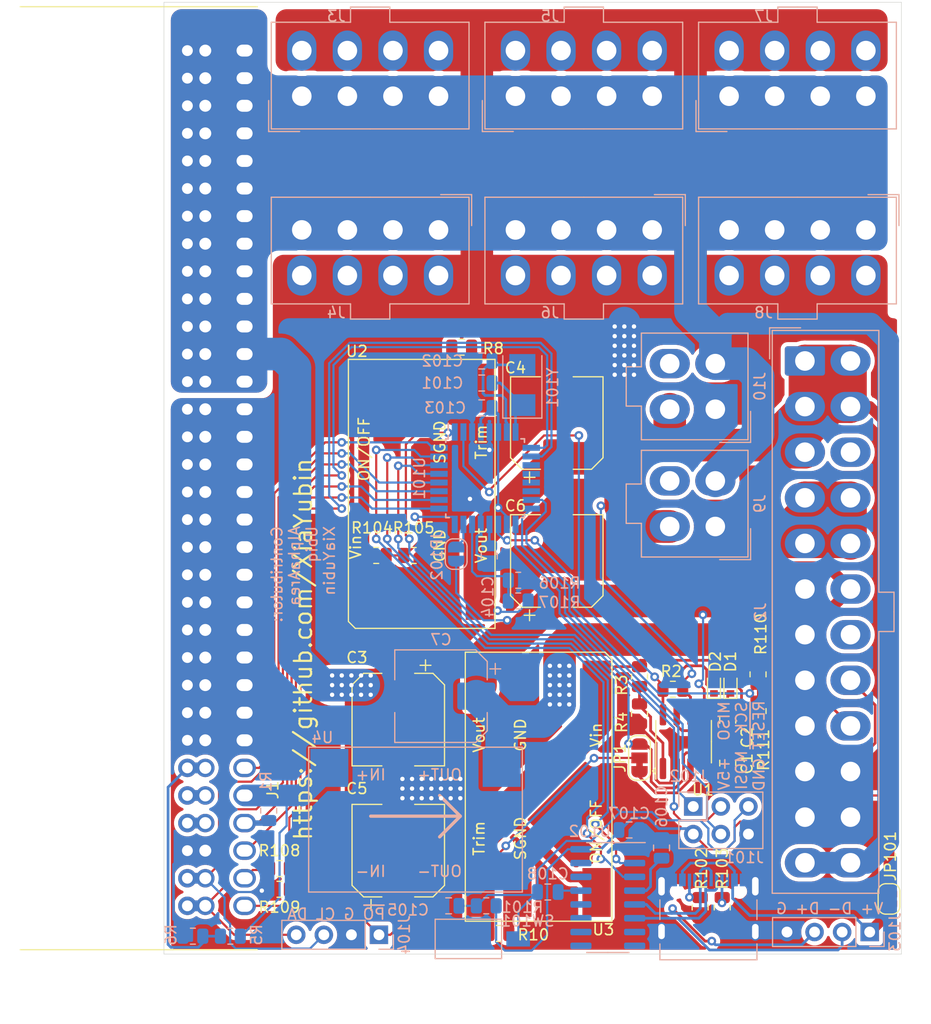
<source format=kicad_pcb>
(kicad_pcb (version 20171130) (host pcbnew "(5.1.9)-1")
  (title_block (title CSPS2ATX_V2.0) (date 2021-04-10) (rev V2.0) (company XiaYubin) (comment 1 https://github.com/XiaYubin))
  (layers (0 F.Cu signal) (31 B.Cu signal) (34 B.Paste user) (35 F.Paste user) (36 B.SilkS user) (37 F.SilkS user) (38 B.Mask user) (39 F.Mask user) (44 Edge.Cuts user))
  (net 0 "")
  (net 1 GND)
  (net 2 /~PSON)
  (net 3 "Net-(C2-Pad1)")
  (net 4 +12V)
  (net 5 +5V)
  (net 6 +3V3)
  (net 7 /+5VSB)
  (net 8 "Net-(C101-Pad1)")
  (net 9 "Net-(C102-Pad1)")
  (net 10 "Net-(C104-Pad2)")
  (net 11 /~RESET)
  (net 12 "Net-(C106-Pad1)")
  (net 13 "Net-(C108-Pad1)")
  (net 14 /PS_INTERRUPT)
  (net 15 /+12VSB)
  (net 16 /~PRESENT)
  (net 17 /IMONITOR)
  (net 18 /SDA)
  (net 19 /SCL)
  (net 20 "Net-(J1-Pad29)")
  (net 21 "Net-(J1-Pad28)")
  (net 22 /ADDR)
  (net 23 /~ATX_PSON)
  (net 24 "Net-(J2-Pad19)")
  (net 25 "Net-(J2-Pad15)")
  (net 26 "Net-(J9-Pad4)")
  (net 27 "Net-(J10-Pad4)")
  (net 28 /VBUS)
  (net 29 "Net-(J101-PadB5)")
  (net 30 /D+)
  (net 31 "Net-(J101-PadA8)")
  (net 32 "Net-(J101-PadA5)")
  (net 33 "Net-(J101-PadB8)")
  (net 34 /D-)
  (net 35 /MOSI)
  (net 36 /SCK)
  (net 37 /MISO)
  (net 38 /~FPO)
  (net 39 /A2)
  (net 40 /ATX_PWOK)
  (net 41 "Net-(R3-Pad2)")
  (net 42 /A0)
  (net 43 /A1)
  (net 44 /A3)
  (net 45 /A6)
  (net 46 /RXD)
  (net 47 /TXD)
  (net 48 "Net-(U101-Pad14)")
  (net 49 "Net-(U101-Pad13)")
  (net 50 "Net-(U101-Pad12)")
  (net 51 "Net-(U101-Pad11)")
  (net 52 "Net-(U102-Pad15)")
  (net 53 "Net-(U102-Pad14)")
  (net 54 "Net-(U102-Pad12)")
  (net 55 "Net-(U102-Pad11)")
  (net 56 "Net-(U102-Pad10)")
  (net 57 "Net-(U102-Pad9)")
  (net 58 "Net-(U102-Pad8)")
  (net 59 "Net-(U102-Pad7)")
  (net 60 "Net-(R10-Pad2)")
  (net 61 /A7)
  (net 62 "Net-(R8-Pad2)")
  (net 63 "Net-(R8-Pad1)")
  (net 64 "Net-(R10-Pad1)")
  (module Jumper:SolderJumper-2_P1.3mm_Open_RoundedPad1.0x1.5mm (layer B.Cu) (at 107.569 88.265 90)
    (fp_text reference JP102 (at -0.127 -1.778 270) (layer B.SilkS) (effects (justify mirror)))
    (fp_text value SolderJumper_2_Open)
    (pad 1 smd custom (at -0.65 0 90) (size 1 0.5) (layers B.Cu B.Mask) (net 6 +3V3) (options (clearance outline) (anchor rect)) (primitives (gr_circle (center 0 -0.25) (end 0.5 -0.25) (width 0)) (gr_circle (center 0 0.25) (end 0.5 0.25) (width 0)) (gr_poly (pts (xy 0 0.75) (xy 0.5 0.75) (xy 0.5 -0.75) (xy 0 -0.75)) (width 0))))
    (pad 2 smd custom (at 0.65 0 90) (size 1 0.5) (layers B.Cu B.Mask) (net 42 /A0) (options (clearance outline) (anchor rect)) (primitives (gr_circle (center 0 -0.25) (end 0.5 -0.25) (width 0)) (gr_circle (center 0 0.25) (end 0.5 0.25) (width 0)) (gr_poly (pts (xy 0 0.75) (xy -0.5 0.75) (xy -0.5 -0.75) (xy 0 -0.75)) (width 0))))
  )
  (module Connector_USB:USB_C_Receptacle_Palconn_UTC16-G (layer B.Cu) (at 130.81 120.777 180)
    (fp_text reference J101 (at -3.302 4.572) (layer B.SilkS) (effects (justify mirror)))
    (fp_text value USB_C_Receptacle_USB2.0)
    (pad A12 smd rect (at 3.2 2.51 180) (size 0.6 1.16) (layers B.Cu B.Paste B.Mask) (net 1 GND))
    (pad A9 smd rect (at 2.4 2.51 180) (size 0.6 1.16) (layers B.Cu B.Paste B.Mask) (net 28 /VBUS))
    (pad B1 smd rect (at 3.2 2.51 180) (size 0.6 1.16) (layers B.Cu B.Paste B.Mask) (net 1 GND))
    (pad B4 smd rect (at 2.4 2.51 180) (size 0.6 1.16) (layers B.Cu B.Paste B.Mask) (net 28 /VBUS))
    (pad B12 smd rect (at -3.2 2.51 180) (size 0.6 1.16) (layers B.Cu B.Paste B.Mask) (net 1 GND))
    (pad A1 smd rect (at -3.2 2.51 180) (size 0.6 1.16) (layers B.Cu B.Paste B.Mask) (net 1 GND))
    (pad B9 smd rect (at -2.4 2.51 180) (size 0.6 1.16) (layers B.Cu B.Paste B.Mask) (net 28 /VBUS))
    (pad A4 smd rect (at -2.4 2.51 180) (size 0.6 1.16) (layers B.Cu B.Paste B.Mask) (net 28 /VBUS))
    (pad "" np_thru_hole circle (at -2.89 1.45) (size 0.6 0.6) (drill 0.6) (layers *.Cu *.Mask))
    (pad "" np_thru_hole circle (at 2.89 1.45) (size 0.6 0.6) (drill 0.6) (layers *.Cu *.Mask))
    (pad B5 smd rect (at 1.75 2.51) (size 0.3 1.16) (layers B.Cu B.Paste B.Mask) (net 29 "Net-(J101-PadB5)"))
    (pad B6 smd rect (at 0.75 2.51) (size 0.3 1.16) (layers B.Cu B.Paste B.Mask) (net 30 /D+))
    (pad A8 smd rect (at 1.25 2.51) (size 0.3 1.16) (layers B.Cu B.Paste B.Mask) (net 31 "Net-(J101-PadA8)"))
    (pad A5 smd rect (at -1.25 2.51) (size 0.3 1.16) (layers B.Cu B.Paste B.Mask) (net 32 "Net-(J101-PadA5)"))
    (pad B8 smd rect (at -1.75 2.51) (size 0.3 1.16) (layers B.Cu B.Paste B.Mask) (net 33 "Net-(J101-PadB8)"))
    (pad A7 smd rect (at 0.25 2.51) (size 0.3 1.16) (layers B.Cu B.Paste B.Mask) (net 34 /D-))
    (pad A6 smd rect (at -0.25 2.51) (size 0.3 1.16) (layers B.Cu B.Paste B.Mask) (net 30 /D+))
    (pad B7 smd rect (at -0.75 2.51) (size 0.3 1.16) (layers B.Cu B.Paste B.Mask) (net 34 /D-))
    (pad S1 thru_hole oval (at 4.32 -2.24 90) (size 1.7 0.9) (drill oval 1.4 0.6) (layers *.Cu *.Mask) (net 1 GND))
    (pad S1 thru_hole oval (at -4.32 -2.24 90) (size 1.7 0.9) (drill oval 1.4 0.6) (layers *.Cu *.Mask) (net 1 GND))
    (pad S1 thru_hole oval (at 4.32 1.93 90) (size 2 0.9) (drill oval 1.7 0.6) (layers *.Cu *.Mask) (net 1 GND))
    (pad S1 thru_hole oval (at -4.32 1.93 90) (size 2 0.9) (drill oval 1.7 0.6) (layers *.Cu *.Mask) (net 1 GND))
  )
  (module Connector_PinHeader_2.54mm:PinHeader_1x04_P2.54mm_Vertical (layer B.Cu) (at 100.457 123.317 90)
    (fp_text reference J104 (at 0 2.33 -90) (layer B.SilkS) (effects (justify mirror)))
    (fp_text value Conn_01x04)
    (pad 4 thru_hole oval (at 0 -7.62 90) (size 1.7 1.7) (drill 1) (layers *.Cu *.Mask) (net 18 /SDA))
    (pad 3 thru_hole oval (at 0 -5.08 90) (size 1.7 1.7) (drill 1) (layers *.Cu *.Mask) (net 19 /SCL))
    (pad 2 thru_hole oval (at 0 -2.54 90) (size 1.7 1.7) (drill 1) (layers *.Cu *.Mask) (net 1 GND))
    (pad 1 thru_hole rect (at 0 0 90) (size 1.7 1.7) (drill 1) (layers *.Cu *.Mask) (net 2 /~PSON))
  )
  (module Diode_SMD:D_SOD-523 (layer F.Cu) (at 131.318 100.395 90)
    (fp_text reference D2 (at 2.224 0.127 90) (layer F.SilkS))
    (fp_text value 1N4148)
    (pad 1 smd rect (at -0.7 0 270) (size 0.6 0.7) (layers F.Cu F.Paste F.Mask) (net 3 "Net-(C2-Pad1)"))
    (pad 2 smd rect (at 0.7 0 270) (size 0.6 0.7) (layers F.Cu F.Paste F.Mask) (net 4 +12V))
  )
  (module Diode_SMD:D_SOD-523 (layer F.Cu) (at 132.842 100.395 90)
    (fp_text reference D1 (at 2.224 0 90) (layer F.SilkS))
    (fp_text value 1N4148)
    (pad 1 smd rect (at -0.7 0 270) (size 0.6 0.7) (layers F.Cu F.Paste F.Mask) (net 3 "Net-(C2-Pad1)"))
    (pad 2 smd rect (at 0.7 0 270) (size 0.6 0.7) (layers F.Cu F.Paste F.Mask) (net 7 /+5VSB))
  )
  (module KCORES_Converter_DCDC:PW22ASAB (layer F.Cu) (at 121.92 97.3 270)
    (fp_text reference U3 (at 25.549 0.785) (layer F.SilkS))
    (fp_text value PW22ASAB)
    (fp_text user ON/OFF (at 16.51 1.445 270) (layer F.SilkS))
    (fp_text user SGND (at 17.145 8.43 270) (layer F.SilkS))
    (fp_text user Trim (at 17.145 12.24 270) (layer F.SilkS))
    (fp_text user Vout (at 7.62 12.24 270) (layer F.SilkS))
    (fp_text user GND (at 7.62 8.43 270) (layer F.SilkS))
    (fp_text user Vin (at 7.62 1.445 270) (layer F.SilkS))
    (pad 5 smd rect (at 22.12 8.71 90) (size 4.5 2.6) (layers F.Cu F.Paste F.Mask) (net 60 "Net-(R10-Pad2)"))
    (pad 4 smd rect (at 22.12 12.11 90) (size 4.5 2.6) (layers F.Cu F.Paste F.Mask) (net 64 "Net-(R10-Pad1)"))
    (pad 7 smd rect (at 22.12 1.42 90) (size 4.5 2.6) (layers F.Cu F.Paste F.Mask) (net 4 +12V))
    (pad 3 smd rect (at 3.03 12.11 90) (size 4.5 2.6) (layers F.Cu F.Paste F.Mask) (net 6 +3V3))
    (pad 2 smd rect (at 3.03 8.31 90) (size 4.5 2.6) (layers F.Cu F.Paste F.Mask) (net 1 GND))
    (pad 1 smd rect (at 3.03 1.41 90) (size 4.5 2.6) (layers F.Cu F.Paste F.Mask) (net 4 +12V))
  )
  (module KCORES_Converter_DCDC:PW22ASAB (layer F.Cu) (at 97.64 95.105 90)
    (fp_text reference U2 (at 25.509 0.785) (layer F.SilkS))
    (fp_text value PW22ASAB)
    (fp_text user ON/OFF (at 16.51 1.445 270) (layer F.SilkS))
    (fp_text user SGND (at 17.145 8.43 270) (layer F.SilkS))
    (fp_text user Trim (at 17.145 12.24 270) (layer F.SilkS))
    (fp_text user Vout (at 7.62 12.24 270) (layer F.SilkS))
    (fp_text user GND (at 7.62 8.43 270) (layer F.SilkS))
    (fp_text user Vin (at 7.475 0.658 270) (layer F.SilkS))
    (pad 5 smd rect (at 22.12 8.71 270) (size 4.5 2.6) (layers F.Cu F.Paste F.Mask) (net 63 "Net-(R8-Pad1)"))
    (pad 4 smd rect (at 22.12 12.11 270) (size 4.5 2.6) (layers F.Cu F.Paste F.Mask) (net 62 "Net-(R8-Pad2)"))
    (pad 7 smd rect (at 22.12 1.42 270) (size 4.5 2.6) (layers F.Cu F.Paste F.Mask) (net 4 +12V))
    (pad 3 smd rect (at 3.03 12.11 270) (size 4.5 2.6) (layers F.Cu F.Paste F.Mask) (net 5 +5V))
    (pad 2 smd rect (at 3.03 8.31 270) (size 4.5 2.6) (layers F.Cu F.Paste F.Mask) (net 1 GND))
    (pad 1 smd rect (at 3.03 1.41 270) (size 4.5 2.6) (layers F.Cu F.Paste F.Mask) (net 4 +12V))
  )
  (module KCORES_Converter_DCDC:Mini360 (layer B.Cu) (at 94.615 118.745)
    (fp_text reference U4 (at 0.635 -13.589 180) (layer B.SilkS) (effects (justify mirror)))
    (fp_text value Mini360)
    (fp_text user OUT- (at 11.43 -1.27 180) (layer B.SilkS) (effects (justify mirror)))
    (fp_text user IN- (at 5.08 -1.27 180) (layer B.SilkS) (effects (justify mirror)))
    (fp_text user OUT+ (at 11.43 -10.16 180) (layer B.SilkS) (effects (justify mirror)))
    (fp_text user IN+ (at 5.08 -10.16 180) (layer B.SilkS) (effects (justify mirror)))
    (pad 2 smd rect (at 17.145 -1.27) (size 3.5 3.5) (layers B.Cu B.Paste B.Mask) (net 1 GND))
    (pad 3 smd rect (at 17.145 -10.795) (size 3.5 3.5) (layers B.Cu B.Paste B.Mask) (net 7 /+5VSB))
    (pad 2 smd rect (at 1.27 -1.27) (size 3.5 3.5) (layers B.Cu B.Paste B.Mask) (net 1 GND))
    (pad 1 smd rect (at 1.27 -10.795) (size 3.5 3.5) (layers B.Cu B.Paste B.Mask) (net 15 /+12VSB))
  )
  (module Resistor_SMD:R_0805_2012Metric (layer F.Cu) (at 111.506 123.19)
    (fp_text reference R10 (at 3.175 0.127) (layer F.SilkS))
    (fp_text value 4.4K)
    (pad 2 smd roundrect (at 0.9125 0) (size 1.025 1.4) (layers F.Cu F.Paste F.Mask) (roundrect_rratio 0.2439014634146341) (net 60 "Net-(R10-Pad2)"))
    (pad 1 smd roundrect (at -0.9125 0) (size 1.025 1.4) (layers F.Cu F.Paste F.Mask) (roundrect_rratio 0.2439014634146341) (net 64 "Net-(R10-Pad1)"))
  )
  (module Resistor_SMD:R_0805_2012Metric (layer F.Cu) (at 108.077 69.215)
    (fp_text reference R8 (at 2.921 0.127) (layer F.SilkS))
    (fp_text value 2.7K)
    (pad 2 smd roundrect (at 0.9125 0) (size 1.025 1.4) (layers F.Cu F.Paste F.Mask) (roundrect_rratio 0.2439014634146341) (net 62 "Net-(R8-Pad2)"))
    (pad 1 smd roundrect (at -0.9125 0) (size 1.025 1.4) (layers F.Cu F.Paste F.Mask) (roundrect_rratio 0.2439014634146341) (net 63 "Net-(R8-Pad1)"))
  )
  (module Capacitor_SMD:CP_Elec_8x10 (layer F.Cu) (at 116.84 88.9 90)
    (fp_text reference C6 (at 5.08 -3.81) (layer F.SilkS))
    (fp_text value "1000uF 6.3V")
    (pad 2 smd roundrect (at 3.25 0 90) (size 3.5 2.5) (layers F.Cu F.Paste F.Mask) (roundrect_rratio 0.1) (net 1 GND))
    (pad 1 smd roundrect (at -3.25 0 90) (size 3.5 2.5) (layers F.Cu F.Paste F.Mask) (roundrect_rratio 0.1) (net 6 +3V3))
  )
  (module Capacitor_SMD:CP_Elec_8x10 (layer F.Cu) (at 102.235 115.57 90)
    (fp_text reference C5 (at 5.715 -3.81 180) (layer F.SilkS))
    (fp_text value "470uF 16V")
    (pad 2 smd roundrect (at 3.25 0 90) (size 3.5 2.5) (layers F.Cu F.Paste F.Mask) (roundrect_rratio 0.1) (net 1 GND))
    (pad 1 smd roundrect (at -3.25 0 90) (size 3.5 2.5) (layers F.Cu F.Paste F.Mask) (roundrect_rratio 0.1) (net 4 +12V))
  )
  (module Capacitor_SMD:CP_Elec_8x10 (layer F.Cu) (at 116.84 76.2 90)
    (fp_text reference C4 (at 5.08 -3.81 180) (layer F.SilkS))
    (fp_text value "1000uF 6.3V")
    (pad 2 smd roundrect (at 3.25 0 90) (size 3.5 2.5) (layers F.Cu F.Paste F.Mask) (roundrect_rratio 0.1) (net 1 GND))
    (pad 1 smd roundrect (at -3.25 0 90) (size 3.5 2.5) (layers F.Cu F.Paste F.Mask) (roundrect_rratio 0.1) (net 5 +5V))
  )
  (module Capacitor_SMD:CP_Elec_8x10 (layer F.Cu) (at 102.235 103.505 270)
    (fp_text reference C3 (at -5.715 3.81 180) (layer F.SilkS))
    (fp_text value "470uF 16V")
    (pad 2 smd roundrect (at 3.25 0 270) (size 3.5 2.5) (layers F.Cu F.Paste F.Mask) (roundrect_rratio 0.1) (net 1 GND))
    (pad 1 smd roundrect (at -3.25 0 270) (size 3.5 2.5) (layers F.Cu F.Paste F.Mask) (roundrect_rratio 0.1) (net 4 +12V))
  )
  (module Crystal:Crystal_SMD_5032-2Pin_5.0x3.2mm (layer B.Cu) (at 113.665 72.699 90)
    (fp_text reference Y101 (at -0.254 2.794 90) (layer B.SilkS) (effects (justify mirror)))
    (fp_text value 16MHz)
    (pad 2 smd rect (at 1.85 0 90) (size 2 2.4) (layers B.Cu B.Paste B.Mask) (net 9 "Net-(C102-Pad1)"))
    (pad 1 smd rect (at -1.85 0 90) (size 2 2.4) (layers B.Cu B.Paste B.Mask) (net 8 "Net-(C101-Pad1)"))
  )
  (module Package_SO:SOIC-16_3.9x9.9mm_P1.27mm (layer B.Cu) (at 121.539 119.888 180)
    (fp_text reference U102 (at 1.651 6.096) (layer B.SilkS) (effects (justify mirror)))
    (fp_text value CH340C)
    (pad 16 smd roundrect (at 2.475 4.445 180) (size 1.95 0.6) (layers B.Cu B.Paste B.Mask) (net 5 +5V))
    (pad 15 smd roundrect (at 2.475 3.175 180) (size 1.95 0.6) (layers B.Cu B.Paste B.Mask) (net 52 "Net-(U102-Pad15)"))
    (pad 14 smd roundrect (at 2.475 1.905 180) (size 1.95 0.6) (layers B.Cu B.Paste B.Mask) (net 53 "Net-(U102-Pad14)"))
    (pad 13 smd roundrect (at 2.475 0.635 180) (size 1.95 0.6) (layers B.Cu B.Paste B.Mask) (net 13 "Net-(C108-Pad1)"))
    (pad 12 smd roundrect (at 2.475 -0.635 180) (size 1.95 0.6) (layers B.Cu B.Paste B.Mask) (net 54 "Net-(U102-Pad12)"))
    (pad 11 smd roundrect (at 2.475 -1.905 180) (size 1.95 0.6) (layers B.Cu B.Paste B.Mask) (net 55 "Net-(U102-Pad11)"))
    (pad 10 smd roundrect (at 2.475 -3.175 180) (size 1.95 0.6) (layers B.Cu B.Paste B.Mask) (net 56 "Net-(U102-Pad10)"))
    (pad 9 smd roundrect (at 2.475 -4.445 180) (size 1.95 0.6) (layers B.Cu B.Paste B.Mask) (net 57 "Net-(U102-Pad9)"))
    (pad 8 smd roundrect (at -2.475 -4.445 180) (size 1.95 0.6) (layers B.Cu B.Paste B.Mask) (net 58 "Net-(U102-Pad8)"))
    (pad 7 smd roundrect (at -2.475 -3.175 180) (size 1.95 0.6) (layers B.Cu B.Paste B.Mask) (net 59 "Net-(U102-Pad7)"))
    (pad 6 smd roundrect (at -2.475 -1.905 180) (size 1.95 0.6) (layers B.Cu B.Paste B.Mask) (net 34 /D-))
    (pad 5 smd roundrect (at -2.475 -0.635 180) (size 1.95 0.6) (layers B.Cu B.Paste B.Mask) (net 30 /D+))
    (pad 4 smd roundrect (at -2.475 0.635 180) (size 1.95 0.6) (layers B.Cu B.Paste B.Mask) (net 12 "Net-(C106-Pad1)"))
    (pad 3 smd roundrect (at -2.475 1.905 180) (size 1.95 0.6) (layers B.Cu B.Paste B.Mask) (net 46 /RXD))
    (pad 2 smd roundrect (at -2.475 3.175 180) (size 1.95 0.6) (layers B.Cu B.Paste B.Mask) (net 47 /TXD))
    (pad 1 smd roundrect (at -2.475 4.445 180) (size 1.95 0.6) (layers B.Cu B.Paste B.Mask) (net 1 GND))
  )
  (module Package_QFP:TQFP-32_7x7mm_P0.8mm (layer B.Cu) (at 110.236 81.28 270)
    (fp_text reference U101 (at 0 6.05 270) (layer B.SilkS) (effects (justify mirror)))
    (fp_text value ATmega328P-AU)
    (pad 32 smd rect (at -2.8 4.25 180) (size 1.6 0.55) (layers B.Cu B.Paste B.Mask) (net 14 /PS_INTERRUPT))
    (pad 31 smd rect (at -2 4.25 180) (size 1.6 0.55) (layers B.Cu B.Paste B.Mask) (net 46 /RXD))
    (pad 30 smd rect (at -1.2 4.25 180) (size 1.6 0.55) (layers B.Cu B.Paste B.Mask) (net 47 /TXD))
    (pad 29 smd rect (at -0.4 4.25 180) (size 1.6 0.55) (layers B.Cu B.Paste B.Mask) (net 11 /~RESET))
    (pad 28 smd rect (at 0.4 4.25 180) (size 1.6 0.55) (layers B.Cu B.Paste B.Mask) (net 19 /SCL))
    (pad 27 smd rect (at 1.2 4.25 180) (size 1.6 0.55) (layers B.Cu B.Paste B.Mask) (net 18 /SDA))
    (pad 26 smd rect (at 2 4.25 180) (size 1.6 0.55) (layers B.Cu B.Paste B.Mask) (net 44 /A3))
    (pad 25 smd rect (at 2.8 4.25 180) (size 1.6 0.55) (layers B.Cu B.Paste B.Mask) (net 39 /A2))
    (pad 24 smd rect (at 4.25 2.8 270) (size 1.6 0.55) (layers B.Cu B.Paste B.Mask) (net 43 /A1))
    (pad 23 smd rect (at 4.25 2 270) (size 1.6 0.55) (layers B.Cu B.Paste B.Mask) (net 42 /A0))
    (pad 22 smd rect (at 4.25 1.2 270) (size 1.6 0.55) (layers B.Cu B.Paste B.Mask) (net 61 /A7))
    (pad 21 smd rect (at 4.25 0.4 270) (size 1.6 0.55) (layers B.Cu B.Paste B.Mask) (net 1 GND))
    (pad 20 smd rect (at 4.25 -0.4 270) (size 1.6 0.55) (layers B.Cu B.Paste B.Mask) (net 10 "Net-(C104-Pad2)"))
    (pad 19 smd rect (at 4.25 -1.2 270) (size 1.6 0.55) (layers B.Cu B.Paste B.Mask) (net 45 /A6))
    (pad 18 smd rect (at 4.25 -2 270) (size 1.6 0.55) (layers B.Cu B.Paste B.Mask) (net 5 +5V))
    (pad 17 smd rect (at 4.25 -2.8 270) (size 1.6 0.55) (layers B.Cu B.Paste B.Mask) (net 36 /SCK))
    (pad 16 smd rect (at 2.8 -4.25 180) (size 1.6 0.55) (layers B.Cu B.Paste B.Mask) (net 37 /MISO))
    (pad 15 smd rect (at 2 -4.25 180) (size 1.6 0.55) (layers B.Cu B.Paste B.Mask) (net 35 /MOSI))
    (pad 14 smd rect (at 1.2 -4.25 180) (size 1.6 0.55) (layers B.Cu B.Paste B.Mask) (net 48 "Net-(U101-Pad14)"))
    (pad 13 smd rect (at 0.4 -4.25 180) (size 1.6 0.55) (layers B.Cu B.Paste B.Mask) (net 49 "Net-(U101-Pad13)"))
    (pad 12 smd rect (at -0.4 -4.25 180) (size 1.6 0.55) (layers B.Cu B.Paste B.Mask) (net 50 "Net-(U101-Pad12)"))
    (pad 11 smd rect (at -1.2 -4.25 180) (size 1.6 0.55) (layers B.Cu B.Paste B.Mask) (net 51 "Net-(U101-Pad11)"))
    (pad 10 smd rect (at -2 -4.25 180) (size 1.6 0.55) (layers B.Cu B.Paste B.Mask) (net 2 /~PSON))
    (pad 9 smd rect (at -2.8 -4.25 180) (size 1.6 0.55) (layers B.Cu B.Paste B.Mask) (net 16 /~PRESENT))
    (pad 8 smd rect (at -4.25 -2.8 270) (size 1.6 0.55) (layers B.Cu B.Paste B.Mask) (net 8 "Net-(C101-Pad1)"))
    (pad 7 smd rect (at -4.25 -2 270) (size 1.6 0.55) (layers B.Cu B.Paste B.Mask) (net 9 "Net-(C102-Pad1)"))
    (pad 6 smd rect (at -4.25 -1.2 270) (size 1.6 0.55) (layers B.Cu B.Paste B.Mask) (net 5 +5V))
    (pad 5 smd rect (at -4.25 -0.4 270) (size 1.6 0.55) (layers B.Cu B.Paste B.Mask) (net 1 GND))
    (pad 4 smd rect (at -4.25 0.4 270) (size 1.6 0.55) (layers B.Cu B.Paste B.Mask) (net 5 +5V))
    (pad 3 smd rect (at -4.25 1.2 270) (size 1.6 0.55) (layers B.Cu B.Paste B.Mask) (net 1 GND))
    (pad 2 smd rect (at -4.25 2 270) (size 1.6 0.55) (layers B.Cu B.Paste B.Mask) (net 40 /ATX_PWOK))
    (pad 1 smd rect (at -4.25 2.8 270) (size 1.6 0.55) (layers B.Cu B.Paste B.Mask) (net 23 /~ATX_PSON))
  )
  (module Package_SO:SOIC-8_3.9x4.9mm_P1.27mm (layer F.Cu) (at 128.524 105.537 90)
    (fp_text reference U1 (at -4.445 1.778 180) (layer F.SilkS))
    (fp_text value TPS3511)
    (pad 8 smd roundrect (at 2.475 -1.905 90) (size 1.95 0.6) (layers F.Cu F.Paste F.Mask) (net 40 /ATX_PWOK))
    (pad 7 smd roundrect (at 2.475 -0.635 90) (size 1.95 0.6) (layers F.Cu F.Paste F.Mask) (net 3 "Net-(C2-Pad1)"))
    (pad 6 smd roundrect (at 2.475 0.635 90) (size 1.95 0.6) (layers F.Cu F.Paste F.Mask) (net 5 +5V))
    (pad 5 smd roundrect (at 2.475 1.905 90) (size 1.95 0.6) (layers F.Cu F.Paste F.Mask) (net 6 +3V3))
    (pad 4 smd roundrect (at -2.475 1.905 90) (size 1.95 0.6) (layers F.Cu F.Paste F.Mask) (net 23 /~ATX_PSON))
    (pad 3 smd roundrect (at -2.475 0.635 90) (size 1.95 0.6) (layers F.Cu F.Paste F.Mask) (net 38 /~FPO))
    (pad 2 smd roundrect (at -2.475 -0.635 90) (size 1.95 0.6) (layers F.Cu F.Paste F.Mask) (net 1 GND))
    (pad 1 smd roundrect (at -2.475 -1.905 90) (size 1.95 0.6) (layers F.Cu F.Paste F.Mask) (net 41 "Net-(R3-Pad2)"))
  )
  (module Button_Switch_SMD:SW_SPST_FSMSM (layer B.Cu) (at 108.694 123.698 180)
    (fp_text reference SW101 (at -5.461 1.651) (layer B.SilkS) (effects (justify mirror)))
    (fp_text value SW_Push)
    (pad 2 smd rect (at 4.59 0 180) (size 2.18 1.4) (layers B.Cu B.Paste B.Mask) (net 1 GND))
    (pad 1 smd rect (at -4.59 0 180) (size 2.18 1.4) (layers B.Cu B.Paste B.Mask) (net 11 /~RESET))
  )
  (module Resistor_SMD:R_0805_2012Metric (layer F.Cu) (at 135.382 102.7195 270)
    (fp_text reference R111 (at 3.5795 -0.508 90) (layer F.SilkS))
    (fp_text value 10K)
    (pad 2 smd roundrect (at 0.9125 0 270) (size 1.025 1.4) (layers F.Cu F.Paste F.Mask) (roundrect_rratio 0.2439014634146341) (net 1 GND))
    (pad 1 smd roundrect (at -0.9125 0 270) (size 1.025 1.4) (layers F.Cu F.Paste F.Mask) (roundrect_rratio 0.2439014634146341) (net 45 /A6))
  )
  (module Resistor_SMD:R_0805_2012Metric (layer F.Cu) (at 135.382 99.3375 270)
    (fp_text reference R110 (at -3.7065 -0.254 90) (layer F.SilkS))
    (fp_text value 1K)
    (pad 2 smd roundrect (at 0.9125 0 270) (size 1.025 1.4) (layers F.Cu F.Paste F.Mask) (roundrect_rratio 0.2439014634146341) (net 45 /A6))
    (pad 1 smd roundrect (at -0.9125 0 270) (size 1.025 1.4) (layers F.Cu F.Paste F.Mask) (roundrect_rratio 0.2439014634146341) (net 7 /+5VSB))
  )
  (module Resistor_SMD:R_0805_2012Metric (layer F.Cu) (at 91.2895 119.126 180)
    (fp_text reference R109 (at 0 -1.65) (layer F.SilkS))
    (fp_text value 10K)
    (pad 2 smd roundrect (at 0.9125 0 180) (size 1.025 1.4) (layers F.Cu F.Paste F.Mask) (roundrect_rratio 0.2439014634146341) (net 1 GND))
    (pad 1 smd roundrect (at -0.9125 0 180) (size 1.025 1.4) (layers F.Cu F.Paste F.Mask) (roundrect_rratio 0.2439014634146341) (net 39 /A2))
  )
  (module Resistor_SMD:R_0805_2012Metric (layer F.Cu) (at 91.2895 117.221)
    (fp_text reference R108 (at 0 -1.65) (layer F.SilkS))
    (fp_text value 10K)
    (pad 2 smd roundrect (at 0.9125 0) (size 1.025 1.4) (layers F.Cu F.Paste F.Mask) (roundrect_rratio 0.2439014634146341) (net 39 /A2))
    (pad 1 smd roundrect (at -0.9125 0) (size 1.025 1.4) (layers F.Cu F.Paste F.Mask) (roundrect_rratio 0.2439014634146341) (net 17 /IMONITOR))
  )
  (module Resistor_SMD:R_0805_2012Metric (layer B.Cu) (at 113.284 90.678)
    (fp_text reference R107 (at 3.81 2.032) (layer B.SilkS) (effects (justify mirror)))
    (fp_text value 10K)
    (pad 2 smd roundrect (at 0.9125 0) (size 1.025 1.4) (layers B.Cu B.Paste B.Mask) (roundrect_rratio 0.2439014634146341) (net 1 GND))
    (pad 1 smd roundrect (at -0.9125 0) (size 1.025 1.4) (layers B.Cu B.Paste B.Mask) (roundrect_rratio 0.2439014634146341) (net 61 /A7))
  )
  (module Resistor_SMD:R_0805_2012Metric (layer B.Cu) (at 113.284 92.583 180)
    (fp_text reference R106 (at -3.81 1.651) (layer B.SilkS) (effects (justify mirror)))
    (fp_text value 1K)
    (pad 2 smd roundrect (at 0.9125 0 180) (size 1.025 1.4) (layers B.Cu B.Paste B.Mask) (roundrect_rratio 0.2439014634146341) (net 61 /A7))
    (pad 1 smd roundrect (at -0.9125 0 180) (size 1.025 1.4) (layers B.Cu B.Paste B.Mask) (roundrect_rratio 0.2439014634146341) (net 5 +5V))
  )
  (module Resistor_SMD:R_0805_2012Metric (layer F.Cu) (at 103.6555 88.392)
    (fp_text reference R105 (at 0 -2.54) (layer F.SilkS))
    (fp_text value 3.3K)
    (pad 2 smd roundrect (at 0.9125 0) (size 1.025 1.4) (layers F.Cu F.Paste F.Mask) (roundrect_rratio 0.2439014634146341) (net 1 GND))
    (pad 1 smd roundrect (at -0.9125 0) (size 1.025 1.4) (layers F.Cu F.Paste F.Mask) (roundrect_rratio 0.2439014634146341) (net 43 /A1))
  )
  (module Resistor_SMD:R_0805_2012Metric (layer F.Cu) (at 100.203 88.392)
    (fp_text reference R104 (at -0.381 -2.54) (layer F.SilkS))
    (fp_text value 10K)
    (pad 2 smd roundrect (at 0.9125 0) (size 1.025 1.4) (layers F.Cu F.Paste F.Mask) (roundrect_rratio 0.2439014634146341) (net 43 /A1))
    (pad 1 smd roundrect (at -0.9125 0) (size 1.025 1.4) (layers F.Cu F.Paste F.Mask) (roundrect_rratio 0.2439014634146341) (net 4 +12V))
  )
  (module Resistor_SMD:R_0805_2012Metric (layer F.Cu) (at 132.08 120.8005 270)
    (fp_text reference R103 (at -3.5795 0 90) (layer F.SilkS))
    (fp_text value 5.1K)
    (pad 2 smd roundrect (at 0.9125 0 270) (size 1.025 1.4) (layers F.Cu F.Paste F.Mask) (roundrect_rratio 0.2439014634146341) (net 1 GND))
    (pad 1 smd roundrect (at -0.9125 0 270) (size 1.025 1.4) (layers F.Cu F.Paste F.Mask) (roundrect_rratio 0.2439014634146341) (net 32 "Net-(J101-PadA5)"))
  )
  (module Resistor_SMD:R_0805_2012Metric (layer F.Cu) (at 130.048 120.8005 270)
    (fp_text reference R102 (at -3.5795 -0.127 90) (layer F.SilkS))
    (fp_text value 5.1K)
    (pad 2 smd roundrect (at 0.9125 0 270) (size 1.025 1.4) (layers F.Cu F.Paste F.Mask) (roundrect_rratio 0.2439014634146341) (net 1 GND))
    (pad 1 smd roundrect (at -0.9125 0 270) (size 1.025 1.4) (layers F.Cu F.Paste F.Mask) (roundrect_rratio 0.2439014634146341) (net 29 "Net-(J101-PadB5)"))
  )
  (module Resistor_SMD:R_0805_2012Metric (layer B.Cu) (at 110.3395 120.65)
    (fp_text reference R101 (at 3.3255 0.127) (layer B.SilkS) (effects (justify mirror)))
    (fp_text value 10K)
    (pad 2 smd roundrect (at 0.9125 0) (size 1.025 1.4) (layers B.Cu B.Paste B.Mask) (roundrect_rratio 0.2439014634146341) (net 5 +5V))
    (pad 1 smd roundrect (at -0.9125 0) (size 1.025 1.4) (layers B.Cu B.Paste B.Mask) (roundrect_rratio 0.2439014634146341) (net 11 /~RESET))
  )
  (module Resistor_SMD:R_0805_2012Metric (layer B.Cu) (at 83.312 123.444 180)
    (fp_text reference R6 (at 2.032 0.127 270) (layer B.SilkS) (effects (justify mirror)))
    (fp_text value R)
    (pad 2 smd roundrect (at 0.9125 0 180) (size 1.025 1.4) (layers B.Cu B.Paste B.Mask) (roundrect_rratio 0.2439014634146341) (net 1 GND))
    (pad 1 smd roundrect (at -0.9125 0 180) (size 1.025 1.4) (layers B.Cu B.Paste B.Mask) (roundrect_rratio 0.2439014634146341) (net 22 /ADDR))
  )
  (module Resistor_SMD:R_0805_2012Metric (layer B.Cu) (at 86.7645 123.444 180)
    (fp_text reference R5 (at -2.413 0.127 90) (layer B.SilkS) (effects (justify mirror)))
    (fp_text value R)
    (pad 2 smd roundrect (at 0.9125 0 180) (size 1.025 1.4) (layers B.Cu B.Paste B.Mask) (roundrect_rratio 0.2439014634146341) (net 22 /ADDR))
    (pad 1 smd roundrect (at -0.9125 0 180) (size 1.025 1.4) (layers B.Cu B.Paste B.Mask) (roundrect_rratio 0.2439014634146341) (net 15 /+12VSB))
  )
  (module Resistor_SMD:R_0805_2012Metric (layer F.Cu) (at 124.46 102.9735 270)
    (fp_text reference R4 (at 0.7855 1.651 90) (layer F.SilkS))
    (fp_text value 3.3K)
    (pad 2 smd roundrect (at 0.9125 0 270) (size 1.025 1.4) (layers F.Cu F.Paste F.Mask) (roundrect_rratio 0.2439014634146341) (net 1 GND))
    (pad 1 smd roundrect (at -0.9125 0 270) (size 1.025 1.4) (layers F.Cu F.Paste F.Mask) (roundrect_rratio 0.2439014634146341) (net 41 "Net-(R3-Pad2)"))
  )
  (module Resistor_SMD:R_0805_2012Metric (layer F.Cu) (at 124.46 99.5445 270)
    (fp_text reference R3 (at 0.7855 1.651 90) (layer F.SilkS))
    (fp_text value 21K)
    (pad 2 smd roundrect (at 0.9125 0 270) (size 1.025 1.4) (layers F.Cu F.Paste F.Mask) (roundrect_rratio 0.2439014634146341) (net 41 "Net-(R3-Pad2)"))
    (pad 1 smd roundrect (at -0.9125 0 270) (size 1.025 1.4) (layers F.Cu F.Paste F.Mask) (roundrect_rratio 0.2439014634146341) (net 4 +12V))
  )
  (module Resistor_SMD:R_0805_2012Metric (layer F.Cu) (at 127.5315 100.711 180)
    (fp_text reference R2 (at 0.1505 1.651) (layer F.SilkS))
    (fp_text value 3.3K)
    (pad 2 smd roundrect (at 0.9125 0 180) (size 1.025 1.4) (layers F.Cu F.Paste F.Mask) (roundrect_rratio 0.2439014634146341) (net 40 /ATX_PWOK))
    (pad 1 smd roundrect (at -0.9125 0 180) (size 1.025 1.4) (layers F.Cu F.Paste F.Mask) (roundrect_rratio 0.2439014634146341) (net 5 +5V))
  )
  (module Resistor_SMD:R_0805_2012Metric (layer B.Cu) (at 90.297 111.887 90)
    (fp_text reference R1 (at 2.667 -0.254 270) (layer B.SilkS) (effects (justify mirror)))
    (fp_text value 21K)
    (pad 2 smd roundrect (at 0.9125 0 90) (size 1.025 1.4) (layers B.Cu B.Paste B.Mask) (roundrect_rratio 0.2439014634146341) (net 15 /+12VSB))
    (pad 1 smd roundrect (at -0.9125 0 90) (size 1.025 1.4) (layers B.Cu B.Paste B.Mask) (roundrect_rratio 0.2439014634146341) (net 16 /~PRESENT))
  )
  (module Jumper:SolderJumper-2_P1.3mm_Open_RoundedPad1.0x1.5mm (layer F.Cu) (at 147.447 120.015 270)
    (fp_text reference JP101 (at -3.937 -0.127 90) (layer F.SilkS))
    (fp_text value SolderJumper_2_Open)
    (pad 2 smd custom (at 0.65 0 270) (size 1 0.5) (layers F.Cu F.Mask) (net 28 /VBUS) (options (clearance outline) (anchor rect)) (primitives (gr_circle (center 0 0.25) (end 0.5 0.25) (width 0)) (gr_circle (center 0 -0.25) (end 0.5 -0.25) (width 0)) (gr_poly (pts (xy 0 -0.75) (xy -0.5 -0.75) (xy -0.5 0.75) (xy 0 0.75)) (width 0))))
    (pad 1 smd custom (at -0.65 0 270) (size 1 0.5) (layers F.Cu F.Mask) (net 5 +5V) (options (clearance outline) (anchor rect)) (primitives (gr_circle (center 0 0.25) (end 0.5 0.25) (width 0)) (gr_circle (center 0 -0.25) (end 0.5 -0.25) (width 0)) (gr_poly (pts (xy 0 -0.75) (xy 0.5 -0.75) (xy 0.5 0.75) (xy 0 0.75)) (width 0))))
  )
  (module Jumper:SolderJumper-3_P1.3mm_Bridged12_RoundedPad1.0x1.5mm (layer F.Cu) (at 124.46 107.031 90)
    (fp_text reference JP1 (at 0 -1.8 90) (layer F.SilkS))
    (fp_text value SolderJumper_3_Bridged12)
    (fp_poly (pts (xy -0.9 -0.3) (xy -0.4 -0.3) (xy -0.4 0.3) (xy -0.9 0.3)) (layer F.Cu) (width 0))
    (pad 1 smd custom (at -1.3 0 90) (size 1 0.5) (layers F.Cu F.Mask) (net 38 /~FPO) (options (clearance outline) (anchor rect)) (primitives (gr_circle (center 0 0.25) (end 0.5 0.25) (width 0)) (gr_circle (center 0 -0.25) (end 0.5 -0.25) (width 0)) (gr_poly (pts (xy 0.55 -0.75) (xy 0 -0.75) (xy 0 0.75) (xy 0.55 0.75)) (width 0))))
    (pad 2 smd rect (at 0 0 90) (size 1 1.5) (layers F.Cu F.Mask) (net 2 /~PSON))
    (pad 3 smd custom (at 1.3 0 90) (size 1 0.5) (layers F.Cu F.Mask) (net 23 /~ATX_PSON) (options (clearance outline) (anchor rect)) (primitives (gr_circle (center 0 0.25) (end 0.5 0.25) (width 0)) (gr_circle (center 0 -0.25) (end 0.5 -0.25) (width 0)) (gr_poly (pts (xy -0.55 -0.75) (xy 0 -0.75) (xy 0 0.75) (xy -0.55 0.75)) (width 0))))
  )
  (module Connector_PinHeader_2.54mm:PinHeader_1x04_P2.54mm_Vertical (layer B.Cu) (at 145.669 123.063 90)
    (fp_text reference J103 (at 0 2.33 90) (layer B.SilkS) (effects (justify mirror)))
    (fp_text value Conn_01x04)
    (pad 4 thru_hole oval (at 0 -7.62 90) (size 1.7 1.7) (drill 1) (layers *.Cu *.Mask) (net 1 GND))
    (pad 3 thru_hole oval (at 0 -5.08 90) (size 1.7 1.7) (drill 1) (layers *.Cu *.Mask) (net 30 /D+))
    (pad 2 thru_hole oval (at 0 -2.54 90) (size 1.7 1.7) (drill 1) (layers *.Cu *.Mask) (net 34 /D-))
    (pad 1 thru_hole rect (at 0 0 90) (size 1.7 1.7) (drill 1) (layers *.Cu *.Mask) (net 28 /VBUS))
  )
  (module Connector_PinHeader_2.54mm:PinHeader_2x03_P2.54mm_Vertical (layer B.Cu) (at 129.413 111.506 270)
    (fp_text reference J102 (at -2.794 0.381) (layer B.SilkS) (effects (justify mirror)))
    (fp_text value Conn_02x03_Odd_Even)
    (pad 6 thru_hole oval (at 2.54 -5.08 270) (size 1.7 1.7) (drill 1) (layers *.Cu *.Mask) (net 1 GND))
    (pad 5 thru_hole oval (at 0 -5.08 270) (size 1.7 1.7) (drill 1) (layers *.Cu *.Mask) (net 11 /~RESET))
    (pad 4 thru_hole oval (at 2.54 -2.54 270) (size 1.7 1.7) (drill 1) (layers *.Cu *.Mask) (net 35 /MOSI))
    (pad 3 thru_hole oval (at 0 -2.54 270) (size 1.7 1.7) (drill 1) (layers *.Cu *.Mask) (net 36 /SCK))
    (pad 2 thru_hole oval (at 2.54 0 270) (size 1.7 1.7) (drill 1) (layers *.Cu *.Mask) (net 5 +5V))
    (pad 1 thru_hole rect (at 0 0 270) (size 1.7 1.7) (drill 1) (layers *.Cu *.Mask) (net 37 /MISO))
  )
  (module KCORES_Connector_ATX_Power:ATX_4Pin_P4.20mm_Vertical_4.20mm (layer B.Cu) (at 131.445 74.93 90)
    (fp_text reference J10 (at 2.1 4.1 90) (layer B.SilkS) (effects (justify mirror)))
    (fp_text value IDE/SATA)
    (pad 1 thru_hole roundrect (at 0 0 90) (size 2.7 3.7) (drill 1.8) (layers *.Cu *.Mask) (roundrect_rratio 0.093) (net 1 GND))
    (pad 2 thru_hole oval (at 4.2 0 90) (size 2.7 3.7) (drill 1.8) (layers *.Cu *.Mask) (net 4 +12V))
    (pad 3 thru_hole oval (at 0 -4.2 90) (size 2.7 3.7) (drill 1.8) (layers *.Cu *.Mask) (net 5 +5V))
    (pad 4 thru_hole oval (at 4.2 -4.2 90) (size 2.7 3.7) (drill 1.8) (layers *.Cu *.Mask) (net 27 "Net-(J10-Pad4)"))
  )
  (module KCORES_Connector_ATX_Power:ATX_4Pin_P4.20mm_Vertical_4.20mm (layer B.Cu) (at 131.445 85.725 90)
    (fp_text reference J9 (at 2.1 4.1 90) (layer B.SilkS) (effects (justify mirror)))
    (fp_text value IDE/SATA)
    (pad 1 thru_hole roundrect (at 0 0 90) (size 2.7 3.7) (drill 1.8) (layers *.Cu *.Mask) (roundrect_rratio 0.093) (net 1 GND))
    (pad 2 thru_hole oval (at 4.2 0 90) (size 2.7 3.7) (drill 1.8) (layers *.Cu *.Mask) (net 4 +12V))
    (pad 3 thru_hole oval (at 0 -4.2 90) (size 2.7 3.7) (drill 1.8) (layers *.Cu *.Mask) (net 5 +5V))
    (pad 4 thru_hole oval (at 4.2 -4.2 90) (size 2.7 3.7) (drill 1.8) (layers *.Cu *.Mask) (net 26 "Net-(J9-Pad4)"))
  )
  (module KCORES_Connector_ATX_Power:ATX_8Pin_P4.20mm_Vertical_4.20mm (layer B.Cu) (at 145.315 58.42 180)
    (fp_text reference J8 (at 9.425 -7.62) (layer B.SilkS) (effects (justify mirror)))
    (fp_text value GW_PCIe/CPU)
    (pad 8 thru_hole oval (at 12.6 -4.2 180) (size 2.7 3.7) (drill 1.8) (layers *.Cu *.Mask) (net 1 GND))
    (pad 7 thru_hole oval (at 8.4 -4.2 180) (size 2.7 3.7) (drill 1.8) (layers *.Cu *.Mask) (net 1 GND))
    (pad 6 thru_hole oval (at 4.2 -4.2 180) (size 2.7 3.7) (drill 1.8) (layers *.Cu *.Mask) (net 1 GND))
    (pad 5 thru_hole oval (at 0 -4.2 180) (size 2.7 3.7) (drill 1.8) (layers *.Cu *.Mask) (net 1 GND))
    (pad 4 thru_hole oval (at 12.6 0 180) (size 2.7 3.7) (drill 1.8) (layers *.Cu *.Mask) (net 4 +12V))
    (pad 3 thru_hole oval (at 8.4 0 180) (size 2.7 3.7) (drill 1.8) (layers *.Cu *.Mask) (net 4 +12V))
    (pad 1 thru_hole roundrect (at 0 0 180) (size 2.7 3.7) (drill 1.8) (layers *.Cu *.Mask) (roundrect_rratio 0.093) (net 4 +12V))
    (pad 2 thru_hole oval (at 4.2 0 180) (size 2.7 3.7) (drill 1.8) (layers *.Cu *.Mask) (net 4 +12V))
  )
  (module KCORES_Connector_ATX_Power:ATX_8Pin_P4.20mm_Vertical_4.20mm (layer B.Cu) (at 132.715 46.11)
    (fp_text reference J7 (at 3.175 -7.375) (layer B.SilkS) (effects (justify mirror)))
    (fp_text value GW_PCIe/CPU)
    (pad 8 thru_hole oval (at 12.6 -4.2) (size 2.7 3.7) (drill 1.8) (layers *.Cu *.Mask) (net 1 GND))
    (pad 7 thru_hole oval (at 8.4 -4.2) (size 2.7 3.7) (drill 1.8) (layers *.Cu *.Mask) (net 1 GND))
    (pad 6 thru_hole oval (at 4.2 -4.2) (size 2.7 3.7) (drill 1.8) (layers *.Cu *.Mask) (net 1 GND))
    (pad 5 thru_hole oval (at 0 -4.2) (size 2.7 3.7) (drill 1.8) (layers *.Cu *.Mask) (net 1 GND))
    (pad 4 thru_hole oval (at 12.6 0) (size 2.7 3.7) (drill 1.8) (layers *.Cu *.Mask) (net 4 +12V))
    (pad 3 thru_hole oval (at 8.4 0) (size 2.7 3.7) (drill 1.8) (layers *.Cu *.Mask) (net 4 +12V))
    (pad 1 thru_hole roundrect (at 0 0) (size 2.7 3.7) (drill 1.8) (layers *.Cu *.Mask) (roundrect_rratio 0.093) (net 4 +12V))
    (pad 2 thru_hole oval (at 4.2 0) (size 2.7 3.7) (drill 1.8) (layers *.Cu *.Mask) (net 4 +12V))
  )
  (module KCORES_Connector_ATX_Power:ATX_8Pin_P4.20mm_Vertical_4.20mm (layer B.Cu) (at 125.63 58.42 180)
    (fp_text reference J6 (at 9.425 -7.62) (layer B.SilkS) (effects (justify mirror)))
    (fp_text value GW_PCIe/CPU)
    (pad 8 thru_hole oval (at 12.6 -4.2 180) (size 2.7 3.7) (drill 1.8) (layers *.Cu *.Mask) (net 1 GND))
    (pad 7 thru_hole oval (at 8.4 -4.2 180) (size 2.7 3.7) (drill 1.8) (layers *.Cu *.Mask) (net 1 GND))
    (pad 6 thru_hole oval (at 4.2 -4.2 180) (size 2.7 3.7) (drill 1.8) (layers *.Cu *.Mask) (net 1 GND))
    (pad 5 thru_hole oval (at 0 -4.2 180) (size 2.7 3.7) (drill 1.8) (layers *.Cu *.Mask) (net 1 GND))
    (pad 4 thru_hole oval (at 12.6 0 180) (size 2.7 3.7) (drill 1.8) (layers *.Cu *.Mask) (net 4 +12V))
    (pad 3 thru_hole oval (at 8.4 0 180) (size 2.7 3.7) (drill 1.8) (layers *.Cu *.Mask) (net 4 +12V))
    (pad 1 thru_hole roundrect (at 0 0 180) (size 2.7 3.7) (drill 1.8) (layers *.Cu *.Mask) (roundrect_rratio 0.093) (net 4 +12V))
    (pad 2 thru_hole oval (at 4.2 0 180) (size 2.7 3.7) (drill 1.8) (layers *.Cu *.Mask) (net 4 +12V))
  )
  (module KCORES_Connector_ATX_Power:ATX_8Pin_P4.20mm_Vertical_4.20mm (layer B.Cu) (at 113.03 46.11)
    (fp_text reference J5 (at 3.175 -7.375) (layer B.SilkS) (effects (justify mirror)))
    (fp_text value GW_PCIe/CPU)
    (pad 8 thru_hole oval (at 12.6 -4.2) (size 2.7 3.7) (drill 1.8) (layers *.Cu *.Mask) (net 1 GND))
    (pad 7 thru_hole oval (at 8.4 -4.2) (size 2.7 3.7) (drill 1.8) (layers *.Cu *.Mask) (net 1 GND))
    (pad 6 thru_hole oval (at 4.2 -4.2) (size 2.7 3.7) (drill 1.8) (layers *.Cu *.Mask) (net 1 GND))
    (pad 5 thru_hole oval (at 0 -4.2) (size 2.7 3.7) (drill 1.8) (layers *.Cu *.Mask) (net 1 GND))
    (pad 4 thru_hole oval (at 12.6 0) (size 2.7 3.7) (drill 1.8) (layers *.Cu *.Mask) (net 4 +12V))
    (pad 3 thru_hole oval (at 8.4 0) (size 2.7 3.7) (drill 1.8) (layers *.Cu *.Mask) (net 4 +12V))
    (pad 1 thru_hole roundrect (at 0 0) (size 2.7 3.7) (drill 1.8) (layers *.Cu *.Mask) (roundrect_rratio 0.093) (net 4 +12V))
    (pad 2 thru_hole oval (at 4.2 0) (size 2.7 3.7) (drill 1.8) (layers *.Cu *.Mask) (net 4 +12V))
  )
  (module KCORES_Connector_ATX_Power:ATX_8Pin_P4.20mm_Vertical_4.20mm (layer B.Cu) (at 105.945 58.42 180)
    (fp_text reference J4 (at 9.425 -7.62) (layer B.SilkS) (effects (justify mirror)))
    (fp_text value GW_PCIe/CPU)
    (pad 8 thru_hole oval (at 12.6 -4.2 180) (size 2.7 3.7) (drill 1.8) (layers *.Cu *.Mask) (net 1 GND))
    (pad 7 thru_hole oval (at 8.4 -4.2 180) (size 2.7 3.7) (drill 1.8) (layers *.Cu *.Mask) (net 1 GND))
    (pad 6 thru_hole oval (at 4.2 -4.2 180) (size 2.7 3.7) (drill 1.8) (layers *.Cu *.Mask) (net 1 GND))
    (pad 5 thru_hole oval (at 0 -4.2 180) (size 2.7 3.7) (drill 1.8) (layers *.Cu *.Mask) (net 1 GND))
    (pad 4 thru_hole oval (at 12.6 0 180) (size 2.7 3.7) (drill 1.8) (layers *.Cu *.Mask) (net 4 +12V))
    (pad 3 thru_hole oval (at 8.4 0 180) (size 2.7 3.7) (drill 1.8) (layers *.Cu *.Mask) (net 4 +12V))
    (pad 1 thru_hole roundrect (at 0 0 180) (size 2.7 3.7) (drill 1.8) (layers *.Cu *.Mask) (roundrect_rratio 0.093) (net 4 +12V))
    (pad 2 thru_hole oval (at 4.2 0 180) (size 2.7 3.7) (drill 1.8) (layers *.Cu *.Mask) (net 4 +12V))
  )
  (module KCORES_Connector_ATX_Power:ATX_8Pin_P4.20mm_Vertical_4.20mm (layer B.Cu) (at 93.345 46.11)
    (fp_text reference J3 (at 3.175 -7.375) (layer B.SilkS) (effects (justify mirror)))
    (fp_text value GW_PCIe/CPU)
    (pad 8 thru_hole oval (at 12.6 -4.2) (size 2.7 3.7) (drill 1.8) (layers *.Cu *.Mask) (net 1 GND))
    (pad 7 thru_hole oval (at 8.4 -4.2) (size 2.7 3.7) (drill 1.8) (layers *.Cu *.Mask) (net 1 GND))
    (pad 6 thru_hole oval (at 4.2 -4.2) (size 2.7 3.7) (drill 1.8) (layers *.Cu *.Mask) (net 1 GND))
    (pad 5 thru_hole oval (at 0 -4.2) (size 2.7 3.7) (drill 1.8) (layers *.Cu *.Mask) (net 1 GND))
    (pad 4 thru_hole oval (at 12.6 0) (size 2.7 3.7) (drill 1.8) (layers *.Cu *.Mask) (net 4 +12V))
    (pad 3 thru_hole oval (at 8.4 0) (size 2.7 3.7) (drill 1.8) (layers *.Cu *.Mask) (net 4 +12V))
    (pad 1 thru_hole roundrect (at 0 0) (size 2.7 3.7) (drill 1.8) (layers *.Cu *.Mask) (roundrect_rratio 0.093) (net 4 +12V))
    (pad 2 thru_hole oval (at 4.2 0) (size 2.7 3.7) (drill 1.8) (layers *.Cu *.Mask) (net 4 +12V))
  )
  (module KCORES_Connector_ATX_Power:ATX_24Pin_P4.20mm_Vertical_4.20mm (layer B.Cu) (at 139.7 70.485 270)
    (fp_text reference J2 (at 23.1 4.1 270) (layer B.SilkS) (effects (justify mirror)))
    (fp_text value GW_24p_ATX)
    (pad 24 thru_hole oval (at 46.2 -4.2 270) (size 2.7 3.7) (drill 1.8) (layers *.Cu *.Mask) (net 4 +12V))
    (pad 23 thru_hole oval (at 42 -4.2 270) (size 2.7 3.7) (drill 1.8) (layers *.Cu *.Mask) (net 1 GND))
    (pad 22 thru_hole oval (at 37.8 -4.2 270) (size 2.7 3.7) (drill 1.8) (layers *.Cu *.Mask) (net 1 GND))
    (pad 21 thru_hole oval (at 33.6 -4.2 270) (size 2.7 3.7) (drill 1.8) (layers *.Cu *.Mask) (net 40 /ATX_PWOK))
    (pad 20 thru_hole oval (at 29.4 -4.2 270) (size 2.7 3.7) (drill 1.8) (layers *.Cu *.Mask) (net 23 /~ATX_PSON))
    (pad 19 thru_hole oval (at 25.2 -4.2 270) (size 2.7 3.7) (drill 1.8) (layers *.Cu *.Mask) (net 24 "Net-(J2-Pad19)"))
    (pad 18 thru_hole oval (at 21 -4.2 270) (size 2.7 3.7) (drill 1.8) (layers *.Cu *.Mask) (net 7 /+5VSB))
    (pad 17 thru_hole oval (at 16.8 -4.2 270) (size 2.7 3.7) (drill 1.8) (layers *.Cu *.Mask) (net 6 +3V3))
    (pad 16 thru_hole oval (at 12.6 -4.2 270) (size 2.7 3.7) (drill 1.8) (layers *.Cu *.Mask) (net 6 +3V3))
    (pad 15 thru_hole oval (at 8.4 -4.2 270) (size 2.7 3.7) (drill 1.8) (layers *.Cu *.Mask) (net 25 "Net-(J2-Pad15)"))
    (pad 14 thru_hole oval (at 4.2 -4.2 270) (size 2.7 3.7) (drill 1.8) (layers *.Cu *.Mask) (net 5 +5V))
    (pad 13 thru_hole oval (at 0 -4.2 270) (size 2.7 3.7) (drill 1.8) (layers *.Cu *.Mask) (net 5 +5V))
    (pad 12 thru_hole oval (at 46.2 0 270) (size 2.7 3.7) (drill 1.8) (layers *.Cu *.Mask) (net 4 +12V))
    (pad 11 thru_hole oval (at 42 0 270) (size 2.7 3.7) (drill 1.8) (layers *.Cu *.Mask) (net 1 GND))
    (pad 10 thru_hole oval (at 37.8 0 270) (size 2.7 3.7) (drill 1.8) (layers *.Cu *.Mask) (net 1 GND))
    (pad 9 thru_hole oval (at 33.6 0 270) (size 2.7 3.7) (drill 1.8) (layers *.Cu *.Mask) (net 1 GND))
    (pad 8 thru_hole oval (at 29.4 0 270) (size 2.7 3.7) (drill 1.8) (layers *.Cu *.Mask) (net 1 GND))
    (pad 7 thru_hole oval (at 25.2 0 270) (size 2.7 3.7) (drill 1.8) (layers *.Cu *.Mask) (net 1 GND))
    (pad 6 thru_hole oval (at 21 0 270) (size 2.7 3.7) (drill 1.8) (layers *.Cu *.Mask) (net 1 GND))
    (pad 5 thru_hole oval (at 16.8 0 270) (size 2.7 3.7) (drill 1.8) (layers *.Cu *.Mask) (net 6 +3V3))
    (pad 4 thru_hole oval (at 12.6 0 270) (size 2.7 3.7) (drill 1.8) (layers *.Cu *.Mask) (net 6 +3V3))
    (pad 3 thru_hole oval (at 8.4 0 270) (size 2.7 3.7) (drill 1.8) (layers *.Cu *.Mask) (net 5 +5V))
    (pad 1 thru_hole roundrect (at 0 0 270) (size 2.7 3.7) (drill 1.8) (layers *.Cu *.Mask) (roundrect_rratio 0.093) (net 5 +5V))
    (pad 2 thru_hole oval (at 4.2 0 270) (size 2.7 3.7) (drill 1.8) (layers *.Cu *.Mask) (net 5 +5V))
  )
  (module KCORES_Connector_CSPS:CSPS_64P_2.54mm (layer F.Cu) (at 67.405 81.28 270)
    (fp_text reference J1 (at 28.702 -23.273 90) (layer F.SilkS))
    (fp_text value Conn_02x32_Counter_Clockwise)
    (pad 64 thru_hole oval (at -39.37 -20.67 270) (size 1.7 2.08) (drill oval 1.1 1.48) (layers *.Cu *.Mask) (net 4 +12V))
    (pad 63 thru_hole oval (at -36.83 -20.67 270) (size 1.7 2.08) (drill oval 1.1 1.48) (layers *.Cu *.Mask) (net 4 +12V))
    (pad 62 thru_hole oval (at -34.29 -20.67 270) (size 1.7 2.08) (drill oval 1.1 1.48) (layers *.Cu *.Mask) (net 4 +12V))
    (pad 61 thru_hole oval (at -31.75 -20.67 270) (size 1.7 2.08) (drill oval 1.1 1.48) (layers *.Cu *.Mask) (net 4 +12V))
    (pad 60 thru_hole oval (at -29.21 -20.67 270) (size 1.7 2.08) (drill oval 1.1 1.48) (layers *.Cu *.Mask) (net 4 +12V))
    (pad 59 thru_hole oval (at -26.67 -20.67 270) (size 1.7 2.08) (drill oval 1.1 1.48) (layers *.Cu *.Mask) (net 4 +12V))
    (pad 58 thru_hole oval (at -24.13 -20.67 270) (size 1.7 2.08) (drill oval 1.1 1.48) (layers *.Cu *.Mask) (net 4 +12V))
    (pad 57 thru_hole oval (at -21.59 -20.67 270) (size 1.7 2.08) (drill oval 1.1 1.48) (layers *.Cu *.Mask) (net 4 +12V))
    (pad 56 thru_hole oval (at -19.05 -20.67 270) (size 1.7 2.08) (drill oval 1.1 1.48) (layers *.Cu *.Mask) (net 4 +12V))
    (pad 55 thru_hole oval (at -16.51 -20.67 270) (size 1.7 2.08) (drill oval 1.1 1.48) (layers *.Cu *.Mask) (net 4 +12V))
    (pad 54 thru_hole oval (at -13.97 -20.67 270) (size 1.7 2.08) (drill oval 1.1 1.48) (layers *.Cu *.Mask) (net 4 +12V))
    (pad 53 thru_hole oval (at -11.43 -20.67 270) (size 1.7 2.08) (drill oval 1.1 1.48) (layers *.Cu *.Mask) (net 4 +12V))
    (pad 52 thru_hole oval (at -8.89 -20.67 270) (size 1.7 2.08) (drill oval 1.1 1.48) (layers *.Cu *.Mask) (net 4 +12V))
    (pad 51 thru_hole oval (at -6.35 -20.67 270) (size 1.7 2.08) (drill oval 1.1 1.48) (layers *.Cu *.Mask) (net 1 GND))
    (pad 50 thru_hole oval (at -3.81 -20.67 270) (size 1.7 2.08) (drill oval 1.1 1.48) (layers *.Cu *.Mask) (net 1 GND))
    (pad 49 thru_hole oval (at -1.27 -20.67 270) (size 1.7 2.08) (drill oval 1.1 1.48) (layers *.Cu *.Mask) (net 1 GND))
    (pad 48 thru_hole oval (at 1.27 -20.67 270) (size 1.7 2.08) (drill oval 1.1 1.48) (layers *.Cu *.Mask) (net 1 GND))
    (pad 47 thru_hole oval (at 3.81 -20.67 270) (size 1.7 2.08) (drill oval 1.1 1.48) (layers *.Cu *.Mask) (net 1 GND))
    (pad 46 thru_hole oval (at 6.35 -20.67 270) (size 1.7 2.08) (drill oval 1.1 1.48) (layers *.Cu *.Mask) (net 1 GND))
    (pad 45 thru_hole oval (at 8.89 -20.67 270) (size 1.7 2.08) (drill oval 1.1 1.48) (layers *.Cu *.Mask) (net 1 GND))
    (pad 44 thru_hole oval (at 11.43 -20.67 270) (size 1.7 2.08) (drill oval 1.1 1.48) (layers *.Cu *.Mask) (net 1 GND))
    (pad 43 thru_hole oval (at 13.97 -20.67 270) (size 1.7 2.08) (drill oval 1.1 1.48) (layers *.Cu *.Mask) (net 1 GND))
    (pad 42 thru_hole oval (at 16.51 -20.67 270) (size 1.7 2.08) (drill oval 1.1 1.48) (layers *.Cu *.Mask) (net 1 GND))
    (pad 41 thru_hole oval (at 19.05 -20.67 270) (size 1.7 2.08) (drill oval 1.1 1.48) (layers *.Cu *.Mask) (net 1 GND))
    (pad 40 thru_hole oval (at 21.59 -20.67 270) (size 1.7 2.08) (drill oval 1.1 1.48) (layers *.Cu *.Mask) (net 1 GND))
    (pad 39 thru_hole oval (at 24.13 -20.67 270) (size 1.7 2.08) (drill oval 1.1 1.48) (layers *.Cu *.Mask) (net 1 GND))
    (pad 38 thru_hole oval (at 26.67 -20.67 270) (size 1.7 2.08) (drill oval 1.1 1.48) (layers *.Cu *.Mask) (net 14 /PS_INTERRUPT))
    (pad 37 thru_hole oval (at 29.21 -20.67 270) (size 1.7 2.08) (drill oval 1.1 1.48) (layers *.Cu *.Mask) (net 15 /+12VSB))
    (pad 36 thru_hole oval (at 31.75 -20.67 270) (size 1.7 2.08) (drill oval 1.1 1.48) (layers *.Cu *.Mask) (net 16 /~PRESENT))
    (pad 35 thru_hole oval (at 34.29 -20.67 270) (size 1.7 2.08) (drill oval 1.1 1.48) (layers *.Cu *.Mask) (net 44 /A3))
    (pad 34 thru_hole oval (at 36.83 -20.67 270) (size 1.7 2.08) (drill oval 1.1 1.48) (layers *.Cu *.Mask) (net 17 /IMONITOR))
    (pad 33 thru_hole oval (at 39.37 -20.67 270) (size 1.7 2.08) (drill oval 1.1 1.48) (layers *.Cu *.Mask) (net 2 /~PSON))
    (pad 32 thru_hole circle (at 39.37 -15.4 270) (size 1.7 1.7) (drill 1) (layers *.Cu *.Mask) (net 18 /SDA))
    (pad 31 thru_hole circle (at 36.83 -15.4 270) (size 1.7 1.7) (drill 1) (layers *.Cu *.Mask) (net 19 /SCL))
    (pad 30 thru_hole circle (at 34.29 -15.4 270) (size 1.7 1.7) (drill 1) (layers *.Cu *.Mask) (net 1 GND))
    (pad 29 thru_hole circle (at 31.75 -15.4 270) (size 1.7 1.7) (drill 1) (layers *.Cu *.Mask) (net 20 "Net-(J1-Pad29)"))
    (pad 28 thru_hole circle (at 29.21 -15.4 270) (size 1.7 1.7) (drill 1) (layers *.Cu *.Mask) (net 21 "Net-(J1-Pad28)"))
    (pad 27 thru_hole circle (at 26.67 -15.4 270) (size 1.7 1.7) (drill 1) (layers *.Cu *.Mask) (net 22 /ADDR))
    (pad 26 thru_hole circle (at 24.13 -15.4 270) (size 1.7 1.7) (drill 1) (layers *.Cu *.Mask) (net 1 GND))
    (pad 25 thru_hole circle (at 21.59 -15.4 270) (size 1.7 1.7) (drill 1) (layers *.Cu *.Mask) (net 1 GND))
    (pad 24 thru_hole circle (at 19.05 -15.4 270) (size 1.7 1.7) (drill 1) (layers *.Cu *.Mask) (net 1 GND))
    (pad 23 thru_hole circle (at 16.51 -15.4 270) (size 1.7 1.7) (drill 1) (layers *.Cu *.Mask) (net 1 GND))
    (pad 22 thru_hole circle (at 13.97 -15.4 270) (size 1.7 1.7) (drill 1) (layers *.Cu *.Mask) (net 1 GND))
    (pad 21 thru_hole circle (at 11.43 -15.4 270) (size 1.7 1.7) (drill 1) (layers *.Cu *.Mask) (net 1 GND))
    (pad 20 thru_hole circle (at 8.89 -15.4 270) (size 1.7 1.7) (drill 1) (layers *.Cu *.Mask) (net 1 GND))
    (pad 19 thru_hole circle (at 6.35 -15.4 270) (size 1.7 1.7) (drill 1) (layers *.Cu *.Mask) (net 1 GND))
    (pad 18 thru_hole circle (at 3.81 -15.4 270) (size 1.7 1.7) (drill 1) (layers *.Cu *.Mask) (net 1 GND))
    (pad 17 thru_hole circle (at 1.27 -15.4 270) (size 1.7 1.7) (drill 1) (layers *.Cu *.Mask) (net 1 GND))
    (pad 16 thru_hole circle (at -1.27 -15.4 270) (size 1.7 1.7) (drill 1) (layers *.Cu *.Mask) (net 1 GND))
    (pad 15 thru_hole circle (at -3.81 -15.4 270) (size 1.7 1.7) (drill 1) (layers *.Cu *.Mask) (net 1 GND))
    (pad 14 thru_hole circle (at -6.35 -15.4 270) (size 1.7 1.7) (drill 1) (layers *.Cu *.Mask) (net 1 GND))
    (pad 13 thru_hole circle (at -8.89 -15.4 270) (size 1.7 1.7) (drill 1) (layers *.Cu *.Mask) (net 4 +12V))
    (pad 12 thru_hole circle (at -11.43 -15.4 270) (size 1.7 1.7) (drill 1) (layers *.Cu *.Mask) (net 4 +12V))
    (pad 11 thru_hole circle (at -13.97 -15.4 270) (size 1.7 1.7) (drill 1) (layers *.Cu *.Mask) (net 4 +12V))
    (pad 10 thru_hole circle (at -16.51 -15.4 270) (size 1.7 1.7) (drill 1) (layers *.Cu *.Mask) (net 4 +12V))
    (pad 9 thru_hole circle (at -19.05 -15.4 270) (size 1.7 1.7) (drill 1) (layers *.Cu *.Mask) (net 4 +12V))
    (pad 8 thru_hole circle (at -21.59 -15.4 270) (size 1.7 1.7) (drill 1) (layers *.Cu *.Mask) (net 4 +12V))
    (pad 7 thru_hole circle (at -24.13 -15.4 270) (size 1.7 1.7) (drill 1) (layers *.Cu *.Mask) (net 4 +12V))
    (pad 6 thru_hole circle (at -26.67 -15.4 270) (size 1.7 1.7) (drill 1) (layers *.Cu *.Mask) (net 4 +12V))
    (pad 5 thru_hole circle (at -29.21 -15.4 270) (size 1.7 1.7) (drill 1) (layers *.Cu *.Mask) (net 4 +12V))
    (pad 4 thru_hole circle (at -31.75 -15.4 270) (size 1.7 1.7) (drill 1) (layers *.Cu *.Mask) (net 4 +12V))
    (pad 3 thru_hole circle (at -34.29 -15.4 270) (size 1.7 1.7) (drill 1) (layers *.Cu *.Mask) (net 4 +12V))
    (pad 2 thru_hole circle (at -36.83 -15.4 270) (size 1.7 1.7) (drill 1) (layers *.Cu *.Mask) (net 4 +12V))
    (pad 32 thru_hole circle (at 39.37 -17.05 270) (size 1.7 1.7) (drill 1.1) (layers *.Cu *.Mask) (net 18 /SDA))
    (pad 31 thru_hole circle (at 36.83 -17.05 270) (size 1.7 1.7) (drill 1.1) (layers *.Cu *.Mask) (net 19 /SCL))
    (pad 30 thru_hole circle (at 34.29 -17.05 270) (size 1.7 1.7) (drill 1.1) (layers *.Cu *.Mask) (net 1 GND))
    (pad 29 thru_hole circle (at 31.75 -17.05 270) (size 1.7 1.7) (drill 1.1) (layers *.Cu *.Mask) (net 20 "Net-(J1-Pad29)"))
    (pad 28 thru_hole circle (at 29.21 -17.05 270) (size 1.7 1.7) (drill 1.1) (layers *.Cu *.Mask) (net 21 "Net-(J1-Pad28)"))
    (pad 27 thru_hole circle (at 26.67 -17.05 270) (size 1.7 1.7) (drill 1.1) (layers *.Cu *.Mask) (net 22 /ADDR))
    (pad 26 thru_hole circle (at 24.13 -17.05 270) (size 1.7 1.7) (drill 1.1) (layers *.Cu *.Mask) (net 1 GND))
    (pad 25 thru_hole circle (at 21.59 -17.05 270) (size 1.7 1.7) (drill 1.1) (layers *.Cu *.Mask) (net 1 GND))
    (pad 24 thru_hole circle (at 19.05 -17.05 270) (size 1.7 1.7) (drill 1.1) (layers *.Cu *.Mask) (net 1 GND))
    (pad 23 thru_hole circle (at 16.51 -17.05 270) (size 1.7 1.7) (drill 1.1) (layers *.Cu *.Mask) (net 1 GND))
    (pad 22 thru_hole circle (at 13.97 -17.05 270) (size 1.7 1.7) (drill 1.1) (layers *.Cu *.Mask) (net 1 GND))
    (pad 21 thru_hole circle (at 11.43 -17.05 270) (size 1.7 1.7) (drill 1.1) (layers *.Cu *.Mask) (net 1 GND))
    (pad 20 thru_hole circle (at 8.89 -17.05 270) (size 1.7 1.7) (drill 1.1) (layers *.Cu *.Mask) (net 1 GND))
    (pad 19 thru_hole circle (at 6.35 -17.05 270) (size 1.7 1.7) (drill 1.1) (layers *.Cu *.Mask) (net 1 GND))
    (pad 18 thru_hole circle (at 3.81 -17.05 270) (size 1.7 1.7) (drill 1.1) (layers *.Cu *.Mask) (net 1 GND))
    (pad 17 thru_hole circle (at 1.27 -17.05 270) (size 1.7 1.7) (drill 1.1) (layers *.Cu *.Mask) (net 1 GND))
    (pad 16 thru_hole circle (at -1.27 -17.05 270) (size 1.7 1.7) (drill 1.1) (layers *.Cu *.Mask) (net 1 GND))
    (pad 15 thru_hole circle (at -3.81 -17.05 270) (size 1.7 1.7) (drill 1.1) (layers *.Cu *.Mask) (net 1 GND))
    (pad 14 thru_hole circle (at -6.35 -17.05 270) (size 1.7 1.7) (drill 1.1) (layers *.Cu *.Mask) (net 1 GND))
    (pad 13 thru_hole circle (at -8.89 -17.05 270) (size 1.7 1.7) (drill 1.1) (layers *.Cu *.Mask) (net 4 +12V))
    (pad 12 thru_hole circle (at -11.43 -17.05 270) (size 1.7 1.7) (drill 1.1) (layers *.Cu *.Mask) (net 4 +12V))
    (pad 11 thru_hole circle (at -13.97 -17.05 270) (size 1.7 1.7) (drill 1.1) (layers *.Cu *.Mask) (net 4 +12V))
    (pad 10 thru_hole circle (at -16.51 -17.05 270) (size 1.7 1.7) (drill 1.1) (layers *.Cu *.Mask) (net 4 +12V))
    (pad 9 thru_hole circle (at -19.05 -17.05 270) (size 1.7 1.7) (drill 1.1) (layers *.Cu *.Mask) (net 4 +12V))
    (pad 8 thru_hole circle (at -21.59 -17.05 270) (size 1.7 1.7) (drill 1.1) (layers *.Cu *.Mask) (net 4 +12V))
    (pad 7 thru_hole circle (at -24.13 -17.05 270) (size 1.7 1.7) (drill 1.1) (layers *.Cu *.Mask) (net 4 +12V))
    (pad 6 thru_hole circle (at -26.67 -17.05 270) (size 1.7 1.7) (drill 1.1) (layers *.Cu *.Mask) (net 4 +12V))
    (pad 5 thru_hole circle (at -29.21 -17.05 270) (size 1.7 1.7) (drill 1.1) (layers *.Cu *.Mask) (net 4 +12V))
    (pad 4 thru_hole circle (at -31.75 -17.05 270) (size 1.7 1.7) (drill 1.1) (layers *.Cu *.Mask) (net 4 +12V))
    (pad 3 thru_hole circle (at -34.29 -17.05 270) (size 1.7 1.7) (drill 1.1) (layers *.Cu *.Mask) (net 4 +12V))
    (pad 2 thru_hole circle (at -36.83 -17.05 270) (size 1.7 1.7) (drill 1.1) (layers *.Cu *.Mask) (net 4 +12V))
    (pad "" np_thru_hole circle (at 31.52 -8.2 270) (size 2.6 2.6) (drill 2.6) (layers *.Cu *.Mask))
    (pad "" np_thru_hole circle (at -31.52 -8.2 270) (size 2.6 2.6) (drill 2.6) (layers *.Cu *.Mask))
    (pad 1 thru_hole circle (at -39.37 -15.4 270) (size 1.7 1.7) (drill 1) (layers *.Cu *.Mask) (net 4 +12V))
    (pad 1 thru_hole circle (at -39.37 -17.05 270) (size 1.7 1.7) (drill 1.1) (layers *.Cu *.Mask) (net 4 +12V))
  )
  (module Capacitor_SMD:C_0805_2012Metric (layer B.Cu) (at 116.012 119.38 180)
    (fp_text reference C108 (at 0 1.68) (layer B.SilkS) (effects (justify mirror)))
    (fp_text value 0.1uF)
    (pad 2 smd roundrect (at 0.95 0 180) (size 1 1.45) (layers B.Cu B.Paste B.Mask) (net 11 /~RESET))
    (pad 1 smd roundrect (at -0.95 0 180) (size 1 1.45) (layers B.Cu B.Paste B.Mask) (net 13 "Net-(C108-Pad1)"))
  )
  (module Capacitor_SMD:C_0805_2012Metric (layer B.Cu) (at 123.51 113.665)
    (fp_text reference C107 (at 0 -1.524) (layer B.SilkS) (effects (justify mirror)))
    (fp_text value 0.1uF)
    (pad 2 smd roundrect (at 0.95 0) (size 1 1.45) (layers B.Cu B.Paste B.Mask) (net 1 GND))
    (pad 1 smd roundrect (at -0.95 0) (size 1 1.45) (layers B.Cu B.Paste B.Mask) (net 5 +5V))
  )
  (module Capacitor_SMD:C_0805_2012Metric (layer B.Cu) (at 126.492 115.316 90)
    (fp_text reference C106 (at 3.81 0 90) (layer B.SilkS) (effects (justify mirror)))
    (fp_text value 0.1uF)
    (pad 2 smd roundrect (at 0.95 0 90) (size 1 1.45) (layers B.Cu B.Paste B.Mask) (net 1 GND))
    (pad 1 smd roundrect (at -0.95 0 90) (size 1 1.45) (layers B.Cu B.Paste B.Mask) (net 12 "Net-(C106-Pad1)"))
  )
  (module Capacitor_SMD:C_0805_2012Metric (layer B.Cu) (at 106.873 120.65)
    (fp_text reference C105 (at -3.744 0.381) (layer B.SilkS) (effects (justify mirror)))
    (fp_text value 0.1uF)
    (pad 2 smd roundrect (at 0.95 0) (size 1 1.45) (layers B.Cu B.Paste B.Mask) (net 11 /~RESET))
    (pad 1 smd roundrect (at -0.95 0) (size 1 1.45) (layers B.Cu B.Paste B.Mask) (net 1 GND))
  )
  (module Capacitor_SMD:C_0805_2012Metric (layer B.Cu) (at 110.617 88.453 90)
    (fp_text reference C104 (at -3.749 -0.127 270) (layer B.SilkS) (effects (justify mirror)))
    (fp_text value 0.1uF)
    (pad 1 smd roundrect (at -0.95 0 90) (size 1 1.45) (layers B.Cu B.Paste B.Mask) (net 1 GND))
    (pad 2 smd roundrect (at 0.95 0 90) (size 1 1.45) (layers B.Cu B.Paste B.Mask) (net 10 "Net-(C104-Pad2)"))
  )
  (module Capacitor_SMD:C_0805_2012Metric (layer B.Cu) (at 109.921 74.803)
    (fp_text reference C103 (at -3.368 0 180) (layer B.SilkS) (effects (justify mirror)))
    (fp_text value 0.1uF)
    (pad 2 smd roundrect (at 0.95 0) (size 1 1.45) (layers B.Cu B.Paste B.Mask) (net 5 +5V))
    (pad 1 smd roundrect (at -0.95 0) (size 1 1.45) (layers B.Cu B.Paste B.Mask) (net 1 GND))
  )
  (module Capacitor_SMD:C_0805_2012Metric (layer B.Cu) (at 109.921 70.485 180)
    (fp_text reference C102 (at 3.622 0 180) (layer B.SilkS) (effects (justify mirror)))
    (fp_text value 22pF)
    (pad 2 smd roundrect (at 0.95 0 180) (size 1 1.45) (layers B.Cu B.Paste B.Mask) (net 1 GND))
    (pad 1 smd roundrect (at -0.95 0 180) (size 1 1.45) (layers B.Cu B.Paste B.Mask) (net 9 "Net-(C102-Pad1)"))
  )
  (module Capacitor_SMD:C_0805_2012Metric (layer B.Cu) (at 109.921 72.517 180)
    (fp_text reference C101 (at 3.622 0 180) (layer B.SilkS) (effects (justify mirror)))
    (fp_text value 22pF)
    (pad 2 smd roundrect (at 0.95 0 180) (size 1 1.45) (layers B.Cu B.Paste B.Mask) (net 1 GND))
    (pad 1 smd roundrect (at -0.95 0 180) (size 1 1.45) (layers B.Cu B.Paste B.Mask) (net 8 "Net-(C101-Pad1)"))
  )
  (module Capacitor_SMD:CP_Elec_8x10 (layer B.Cu) (at 106.172 101.346 180)
    (fp_text reference C7 (at 0 5.2) (layer B.SilkS) (effects (justify mirror)))
    (fp_text value "1000uF 6.3V")
    (pad 2 smd roundrect (at 3.25 0 180) (size 3.5 2.5) (layers B.Cu B.Paste B.Mask) (roundrect_rratio 0.1) (net 1 GND))
    (pad 1 smd roundrect (at -3.25 0 180) (size 3.5 2.5) (layers B.Cu B.Paste B.Mask) (roundrect_rratio 0.1) (net 7 /+5VSB))
  )
  (module Capacitor_SMD:C_0805_2012Metric (layer F.Cu) (at 132.588 103.571 270)
    (fp_text reference C2 (at 1.585 -1.778 90) (layer F.SilkS))
    (fp_text value 0.1uF)
    (pad 2 smd roundrect (at 0.95 0 270) (size 1 1.45) (layers F.Cu F.Paste F.Mask) (net 1 GND))
    (pad 1 smd roundrect (at -0.95 0 270) (size 1 1.45) (layers F.Cu F.Paste F.Mask) (net 3 "Net-(C2-Pad1)"))
  )
  (module Capacitor_SMD:C_0805_2012Metric (layer F.Cu) (at 132.588 107.508 90)
    (fp_text reference C1 (at -0.061 1.778 90) (layer F.SilkS))
    (fp_text value 0.1uF)
    (pad 2 smd roundrect (at 0.95 0 90) (size 1 1.45) (layers F.Cu F.Paste F.Mask) (net 1 GND))
    (pad 1 smd roundrect (at -0.95 0 90) (size 1 1.45) (layers F.Cu F.Paste F.Mask) (net 23 /~ATX_PSON))
  )
  (gr_text https://github.com/XiaYubin (at 93.472 97.028 90) (layer F.SilkS) (effects (font (size 1.6 1.6) (thickness 0.2))))
  (gr_text "Contributor:\nAlphaArea\nUbiq\nXiaYubin" (at 93.472 85.598 90) (layer B.SilkS) (effects (font (size 1 1)) (justify left mirror)))
  (gr_text "~PO~ G CL DA\n" (at 96.52 121.412) (layer B.SilkS) (effects (font (size 1 1)) (justify mirror)))
  (gr_text "V+ D- D+ G\n" (at 141.986 120.904) (layer B.SilkS) (effects (font (size 1 1)) (justify mirror)))
  (gr_text "MISO  +5V\nSCK  MOSI\n~RESET~ GND" (at 133.858 105.918 90) (layer B.SilkS) (effects (font (size 1 1)) (justify mirror)))
  (gr_line (start 80.645 125.095) (end 80.645 37.465) (layer Edge.Cuts) (width 0.05))
  (gr_line (start 148.59 125.095) (end 80.645 125.095) (layer Edge.Cuts) (width 0.05))
  (gr_line (start 148.59 37.465) (end 148.59 125.095) (layer Edge.Cuts) (width 0.05))
  (gr_line (start 80.645 37.465) (end 148.59 37.465) (layer Edge.Cuts) (width 0.05))
  (via (at 123.952 71.755) (size 0.8) (drill 0.4) (layers F.Cu B.Cu) (net 1))
  (via (at 123.063 71.755) (size 0.8) (drill 0.4) (layers F.Cu B.Cu) (net 1))
  (via (at 122.174 71.755) (size 0.8) (drill 0.4) (layers F.Cu B.Cu) (net 1))
  (via (at 123.952 70.866) (size 0.8) (drill 0.4) (layers F.Cu B.Cu) (net 1))
  (via (at 122.174 70.866) (size 0.8) (drill 0.4) (layers F.Cu B.Cu) (net 1))
  (via (at 123.063 70.866) (size 0.8) (drill 0.4) (layers F.Cu B.Cu) (net 1))
  (via (at 123.952 69.977) (size 0.8) (drill 0.4) (layers F.Cu B.Cu) (net 1))
  (via (at 123.952 69.088) (size 0.8) (drill 0.4) (layers F.Cu B.Cu) (net 1))
  (via (at 123.952 68.199) (size 0.8) (drill 0.4) (layers F.Cu B.Cu) (net 1))
  (via (at 123.952 67.31) (size 0.8) (drill 0.4) (layers F.Cu B.Cu) (net 1))
  (via (at 122.174 67.31) (size 0.8) (drill 0.4) (layers F.Cu B.Cu) (net 1))
  (via (at 122.174 68.199) (size 0.8) (drill 0.4) (layers F.Cu B.Cu) (net 1))
  (via (at 122.174 69.088) (size 0.8) (drill 0.4) (layers F.Cu B.Cu) (net 1))
  (via (at 122.174 69.977) (size 0.8) (drill 0.4) (layers F.Cu B.Cu) (net 1))
  (via (at 107.95 110.744) (size 0.8) (drill 0.4) (layers F.Cu B.Cu) (net 1))
  (via (at 107.061 110.744) (size 0.8) (drill 0.4) (layers F.Cu B.Cu) (net 1))
  (via (at 106.172 110.744) (size 0.8) (drill 0.4) (layers F.Cu B.Cu) (net 1))
  (via (at 105.283 110.744) (size 0.8) (drill 0.4) (layers F.Cu B.Cu) (net 1))
  (via (at 104.394 110.744) (size 0.8) (drill 0.4) (layers F.Cu B.Cu) (net 1))
  (via (at 103.505 110.744) (size 0.8) (drill 0.4) (layers F.Cu B.Cu) (net 1))
  (via (at 102.616 110.744) (size 0.8) (drill 0.4) (layers F.Cu B.Cu) (net 1))
  (via (at 102.616 108.966) (size 0.8) (drill 0.4) (layers F.Cu B.Cu) (net 1))
  (via (at 103.505 108.966) (size 0.8) (drill 0.4) (layers F.Cu B.Cu) (net 1))
  (via (at 104.394 108.966) (size 0.8) (drill 0.4) (layers F.Cu B.Cu) (net 1))
  (via (at 105.283 108.966) (size 0.8) (drill 0.4) (layers F.Cu B.Cu) (net 1))
  (via (at 106.172 108.966) (size 0.8) (drill 0.4) (layers F.Cu B.Cu) (net 1))
  (via (at 107.061 108.966) (size 0.8) (drill 0.4) (layers F.Cu B.Cu) (net 1))
  (via (at 107.95 108.966) (size 0.8) (drill 0.4) (layers F.Cu B.Cu) (net 1))
  (segment (start 129.159 41.275) (end 129.159 63.119) (width 3) (layer F.Cu) (net 1))
  (segment (start 109.474 41.402) (end 109.474 62.738) (width 3) (layer F.Cu) (net 1))
  (segment (start 105.95 103.04) (end 102.235 106.755) (width 3) (layer F.Cu) (net 1))
  (segment (start 105.95 92.075) (end 105.95 103.04) (width 3) (layer F.Cu) (net 1))
  (segment (start 113.61 100.33) (end 113.61 104.195) (width 3) (layer F.Cu) (net 1))
  (segment (start 113.61 104.195) (end 107.95 109.855) (width 3) (layer F.Cu) (net 1))
  (segment (start 102.235 109.855) (end 102.235 106.755) (width 3) (layer F.Cu) (net 1))
  (segment (start 107.95 109.855) (end 102.235 109.855) (width 3) (layer F.Cu) (net 1))
  (segment (start 102.235 112.32) (end 102.235 109.855) (width 3) (layer F.Cu) (net 1))
  (segment (start 102.235 109.855) (end 102.235 109.855) (width 3) (layer B.Cu) (net 1))
  (segment (start 103.124 109.855) (end 103.505 109.855) (width 3) (layer B.Cu) (net 1))
  (segment (start 104.013 109.855) (end 104.394 109.855) (width 3) (layer B.Cu) (net 1))
  (segment (start 104.902 109.855) (end 105.283 109.855) (width 3) (layer B.Cu) (net 1))
  (segment (start 105.791 109.855) (end 106.172 109.855) (width 3) (layer B.Cu) (net 1))
  (segment (start 106.68 109.855) (end 107.061 109.855) (width 3) (layer B.Cu) (net 1))
  (segment (start 107.95 109.855) (end 107.95 109.855) (width 3) (layer B.Cu) (net 1))
  (via (at 107.95 109.855) (size 0.8) (drill 0.4) (layers F.Cu B.Cu) (net 1))
  (segment (start 107.061 109.855) (end 107.95 109.855) (width 3) (layer B.Cu) (net 1))
  (via (at 107.061 109.855) (size 0.8) (drill 0.4) (layers F.Cu B.Cu) (net 1))
  (segment (start 106.172 109.855) (end 106.68 109.855) (width 3) (layer B.Cu) (net 1))
  (via (at 106.172 109.855) (size 0.8) (drill 0.4) (layers F.Cu B.Cu) (net 1))
  (segment (start 105.283 109.855) (end 105.791 109.855) (width 3) (layer B.Cu) (net 1))
  (via (at 105.283 109.855) (size 0.8) (drill 0.4) (layers F.Cu B.Cu) (net 1))
  (segment (start 104.394 109.855) (end 104.902 109.855) (width 3) (layer B.Cu) (net 1))
  (via (at 104.394 109.855) (size 0.8) (drill 0.4) (layers F.Cu B.Cu) (net 1))
  (segment (start 103.505 109.855) (end 104.013 109.855) (width 3) (layer B.Cu) (net 1))
  (via (at 103.505 109.855) (size 0.8) (drill 0.4) (layers F.Cu B.Cu) (net 1))
  (segment (start 102.616 109.855) (end 103.124 109.855) (width 3) (layer B.Cu) (net 1))
  (via (at 102.616 109.855) (size 0.8) (drill 0.4) (layers F.Cu B.Cu) (net 1))
  (segment (start 131.445 85.725) (end 131.445 86.995) (width 3) (layer F.Cu) (net 1))
  (segment (start 131.445 86.995) (end 129.286 89.154) (width 3) (layer F.Cu) (net 1))
  (segment (start 120.344 89.154) (end 116.84 85.65) (width 3) (layer F.Cu) (net 1))
  (segment (start 129.286 89.154) (end 120.344 89.154) (width 3) (layer F.Cu) (net 1))
  (segment (start 131.445 85.725) (end 131.445 86.995) (width 3) (layer B.Cu) (net 1))
  (segment (start 131.445 86.995) (end 129.286 89.154) (width 3) (layer B.Cu) (net 1))
  (segment (start 123.063 80.137) (end 124.968 78.232) (width 3) (layer B.Cu) (net 1))
  (segment (start 131.445 76.28) (end 131.445 74.93) (width 3) (layer B.Cu) (net 1))
  (segment (start 129.493 78.232) (end 131.445 76.28) (width 3) (layer B.Cu) (net 1))
  (segment (start 124.968 78.232) (end 129.493 78.232) (width 3) (layer B.Cu) (net 1))
  (segment (start 123.063 80.137) (end 123.063 70.866) (width 3) (layer B.Cu) (net 1))
  (segment (start 123.063 65.532) (end 123.063 66.421) (width 3) (layer F.Cu) (net 1))
  (segment (start 123.063 66.421) (end 123.063 67.31) (width 3) (layer F.Cu) (net 1))
  (segment (start 123.063 67.31) (end 123.063 68.199) (width 3) (layer F.Cu) (net 1))
  (via (at 123.063 67.31) (size 0.8) (drill 0.4) (layers F.Cu B.Cu) (net 1))
  (segment (start 123.063 68.199) (end 123.063 69.088) (width 3) (layer F.Cu) (net 1))
  (via (at 123.063 68.199) (size 0.8) (drill 0.4) (layers F.Cu B.Cu) (net 1))
  (segment (start 123.063 69.088) (end 123.063 69.977) (width 3) (layer F.Cu) (net 1))
  (via (at 123.063 69.088) (size 0.8) (drill 0.4) (layers F.Cu B.Cu) (net 1))
  (segment (start 123.063 69.977) (end 123.063 70.104) (width 3) (layer F.Cu) (net 1))
  (via (at 123.063 69.977) (size 0.8) (drill 0.4) (layers F.Cu B.Cu) (net 1))
  (segment (start 129.286 89.154) (end 131.617 91.485) (width 3) (layer B.Cu) (net 1))
  (segment (start 143.9 108.285) (end 139.7 108.285) (width 3) (layer B.Cu) (net 1))
  (segment (start 143.9 108.285) (end 143.9 112.485) (width 3) (layer B.Cu) (net 1))
  (segment (start 143.9 112.485) (end 139.7 112.485) (width 3) (layer B.Cu) (net 1))
  (segment (start 139.7 112.485) (end 139.7 108.285) (width 3) (layer B.Cu) (net 1))
  (segment (start 139.7 112.485) (end 143.9 108.285) (width 3) (layer B.Cu) (net 1))
  (segment (start 143.9 108.285) (end 141.813 108.285) (width 3) (layer B.Cu) (net 1))
  (segment (start 139.7 106.172) (end 139.7 108.285) (width 3) (layer B.Cu) (net 1))
  (segment (start 141.813 108.285) (end 139.7 106.172) (width 3) (layer B.Cu) (net 1))
  (segment (start 139.7 91.485) (end 139.7 106.172) (width 3) (layer B.Cu) (net 1))
  (segment (start 139.7 94.705) (end 136.48 91.485) (width 3) (layer B.Cu) (net 1))
  (segment (start 139.7 95.685) (end 139.7 94.705) (width 3) (layer B.Cu) (net 1))
  (segment (start 136.48 91.485) (end 139.7 91.485) (width 3) (layer B.Cu) (net 1))
  (segment (start 131.617 91.485) (end 136.48 91.485) (width 3) (layer B.Cu) (net 1))
  (segment (start 127.889 108.987) (end 127.889 108.012) (width 0.25) (layer F.Cu) (net 1))
  (segment (start 127.529 109.347) (end 127.889 108.987) (width 0.25) (layer F.Cu) (net 1))
  (segment (start 126.307232 109.347) (end 127.529 109.347) (width 0.25) (layer F.Cu) (net 1))
  (segment (start 126.307232 109.347) (end 125.99399 109.033758) (width 0.25) (layer F.Cu) (net 1))
  (segment (start 127.889 107.037) (end 127.889 108.012) (width 0.25) (layer F.Cu) (net 1))
  (segment (start 125.985011 108.967011) (end 125.985011 105.665011) (width 0.25) (layer F.Cu) (net 1))
  (segment (start 125.99399 108.97599) (end 125.985011 108.967011) (width 0.25) (layer F.Cu) (net 1))
  (segment (start 125.99399 109.033758) (end 125.99399 108.97599) (width 0.25) (layer F.Cu) (net 1))
  (segment (start 124.46 104.14) (end 124.46 103.886) (width 0.25) (layer F.Cu) (net 1))
  (segment (start 125.985011 105.665011) (end 124.46 104.14) (width 0.25) (layer F.Cu) (net 1))
  (segment (start 132.334 106.045) (end 132.461 105.918) (width 0.25) (layer F.Cu) (net 1))
  (segment (start 128.397 106.045) (end 132.334 106.045) (width 0.25) (layer F.Cu) (net 1))
  (segment (start 127.889 108.012) (end 127.889 106.553) (width 0.25) (layer F.Cu) (net 1))
  (segment (start 132.461 105.918) (end 132.461 104.521) (width 0.25) (layer F.Cu) (net 1))
  (segment (start 127.889 106.553) (end 128.397 106.045) (width 0.25) (layer F.Cu) (net 1))
  (segment (start 132.461 106.558) (end 132.461 105.918) (width 0.25) (layer F.Cu) (net 1))
  (segment (start 102.235 109.855) (end 102.616 109.855) (width 3) (layer B.Cu) (net 1))
  (segment (start 102.235 106.299) (end 102.235 109.855) (width 3) (layer B.Cu) (net 1))
  (segment (start 88.9 104.14) (end 100.076 104.14) (width 3) (layer B.Cu) (net 1))
  (segment (start 88.075 103.315) (end 88.9 104.14) (width 3) (layer B.Cu) (net 1))
  (segment (start 88.075 102.87) (end 88.075 103.315) (width 3) (layer B.Cu) (net 1))
  (segment (start 102.922 103.453) (end 101.1555 105.2195) (width 3) (layer B.Cu) (net 1))
  (segment (start 102.922 101.346) (end 102.922 103.453) (width 3) (layer B.Cu) (net 1))
  (segment (start 101.1555 105.2195) (end 102.235 106.299) (width 3) (layer B.Cu) (net 1))
  (segment (start 100.076 104.14) (end 101.1555 105.2195) (width 3) (layer B.Cu) (net 1))
  (segment (start 102.235 106.299) (end 102.235 117.475) (width 3) (layer B.Cu) (net 1))
  (segment (start 106.35 72.985) (end 106.35 74.6) (width 1) (layer F.Cu) (net 63))
  (segment (start 82.3995 123.444) (end 82.3995 123.2935) (width 0.25) (layer B.Cu) (net 1))
  (segment (start 81.534 116.841) (end 82.805 115.57) (width 0.25) (layer B.Cu) (net 1))
  (segment (start 81.534 121.8785) (end 81.534 116.841) (width 0.25) (layer B.Cu) (net 1))
  (segment (start 82.3995 122.744) (end 81.534 121.8785) (width 0.25) (layer B.Cu) (net 1))
  (segment (start 82.3995 123.444) (end 82.3995 122.744) (width 0.25) (layer B.Cu) (net 1))
  (segment (start 82.805 115.57) (end 84.455 115.57) (width 1.27) (layer B.Cu) (net 1))
  (segment (start 125.415 115.443) (end 126.492 114.366) (width 0.25) (layer B.Cu) (net 1))
  (segment (start 124.014 115.443) (end 125.415 115.443) (width 0.25) (layer B.Cu) (net 1))
  (segment (start 124.46 114.997) (end 124.014 115.443) (width 0.25) (layer B.Cu) (net 1))
  (segment (start 124.46 113.792) (end 124.46 114.997) (width 0.25) (layer B.Cu) (net 1))
  (segment (start 130.048 121.713) (end 132.08 121.713) (width 0.25) (layer F.Cu) (net 1))
  (segment (start 134.55 118.267) (end 135.13 118.847) (width 0.25) (layer B.Cu) (net 1))
  (segment (start 134.01 118.267) (end 134.55 118.267) (width 0.25) (layer B.Cu) (net 1))
  (segment (start 127.07 118.267) (end 126.49 118.847) (width 0.25) (layer B.Cu) (net 1))
  (segment (start 127.61 118.267) (end 127.07 118.267) (width 0.25) (layer B.Cu) (net 1))
  (segment (start 127.61 118.267) (end 127.61 117.5) (width 0.25) (layer B.Cu) (net 1))
  (segment (start 128.651 116.459) (end 128.778 116.332) (width 0.25) (layer B.Cu) (net 1))
  (segment (start 127.61 117.5) (end 128.651 116.459) (width 0.25) (layer B.Cu) (net 1))
  (segment (start 134.01 117.5) (end 134.01 118.267) (width 0.25) (layer B.Cu) (net 1))
  (segment (start 132.715 116.205) (end 134.01 117.5) (width 0.25) (layer B.Cu) (net 1))
  (segment (start 128.905 116.205) (end 132.715 116.205) (width 0.25) (layer B.Cu) (net 1))
  (segment (start 128.651 116.459) (end 128.905 116.205) (width 0.25) (layer B.Cu) (net 1))
  (segment (start 128.585 116.459) (end 128.651 116.459) (width 0.25) (layer B.Cu) (net 1))
  (segment (start 126.492 114.366) (end 128.585 116.459) (width 0.25) (layer B.Cu) (net 1))
  (segment (start 108.971 70.485) (end 108.971 72.517) (width 0.25) (layer B.Cu) (net 1))
  (segment (start 108.971 72.517) (end 108.971 74.803) (width 0.25) (layer B.Cu) (net 1))
  (segment (start 109.036 74.868) (end 108.971 74.803) (width 0.25) (layer B.Cu) (net 1))
  (segment (start 109.036 77.03) (end 109.036 74.868) (width 0.25) (layer B.Cu) (net 1))
  (segment (start 110.617 89.403) (end 109.601 88.387) (width 0.25) (layer B.Cu) (net 1))
  (segment (start 109.601 88.387) (end 109.596 88.387) (width 0.25) (layer B.Cu) (net 1))
  (segment (start 109.596 88.387) (end 109.474 88.265) (width 0.25) (layer B.Cu) (net 1))
  (segment (start 109.836 86.293001) (end 109.836 85.53) (width 0.25) (layer B.Cu) (net 1))
  (segment (start 109.474 86.655001) (end 109.836 86.293001) (width 0.25) (layer B.Cu) (net 1))
  (segment (start 109.474 88.265) (end 109.474 86.655001) (width 0.25) (layer B.Cu) (net 1))
  (segment (start 84.455 115.57) (end 86.106 113.919) (width 0.5) (layer B.Cu) (net 1))
  (segment (start 86.106 113.919) (end 86.106 105.918) (width 0.5) (layer B.Cu) (net 1))
  (segment (start 123.063 70.866) (end 123.063 67) (width 3) (layer B.Cu) (net 1))
  (segment (start 123.063 69.977) (end 123.063 71.628) (width 3) (layer F.Cu) (net 1))
  (segment (start 126.49 118.847) (end 126.49 123.017) (width 0.2) (layer F.Cu) (net 1))
  (segment (start 138.139 114.046) (end 139.7 112.485) (width 1) (layer F.Cu) (net 1))
  (segment (start 135.13 117.055) (end 138.139 114.046) (width 1) (layer F.Cu) (net 1))
  (segment (start 135.13 118.847) (end 135.13 117.055) (width 1) (layer F.Cu) (net 1))
  (segment (start 135.13 118.847) (end 135.13 123.017) (width 1) (layer F.Cu) (net 1))
  (segment (start 138.003 123.017) (end 138.049 123.063) (width 1) (layer F.Cu) (net 1))
  (segment (start 135.13 123.017) (end 138.003 123.017) (width 1) (layer F.Cu) (net 1))
  (segment (start 97.917 117.983) (end 97.409 117.475) (width 0.2) (layer B.Cu) (net 1))
  (segment (start 97.917 123.317) (end 97.917 117.983) (width 0.2) (layer B.Cu) (net 1))
  (segment (start 97.409 117.475) (end 102.235 117.475) (width 3) (layer B.Cu) (net 1))
  (segment (start 95.885 117.475) (end 97.409 117.475) (width 3) (layer B.Cu) (net 1))
  (segment (start 110.631498 78.6765) (end 111.8235 78.6765) (width 1) (layer F.Cu) (net 1))
  (segment (start 106.35 72.985) (end 106.35 74.395002) (width 1) (layer F.Cu) (net 63))
  (via (at 89.662 119.253) (size 0.8) (drill 0.4) (layers F.Cu B.Cu) (net 1))
  (segment (start 86.233 118.745) (end 86.233 117.348) (width 0.2) (layer B.Cu) (net 1))
  (segment (start 86.868 119.38) (end 86.233 118.745) (width 0.2) (layer B.Cu) (net 1))
  (segment (start 89.154 119.38) (end 86.868 119.38) (width 0.2) (layer B.Cu) (net 1))
  (segment (start 86.233 117.348) (end 84.455 115.57) (width 0.2) (layer B.Cu) (net 1))
  (segment (start 89.281 119.253) (end 89.154 119.38) (width 0.2) (layer B.Cu) (net 1))
  (segment (start 89.662 119.253) (end 89.281 119.253) (width 0.2) (layer B.Cu) (net 1))
  (segment (start 90.25 119.253) (end 90.377 119.126) (width 0.2) (layer F.Cu) (net 1))
  (segment (start 89.662 119.253) (end 90.25 119.253) (width 0.2) (layer F.Cu) (net 1))
  (segment (start 104.122 122.192) (end 105.918 120.396) (width 0.2) (layer B.Cu) (net 1))
  (segment (start 104.122 123.444) (end 104.122 122.192) (width 0.2) (layer B.Cu) (net 1))
  (segment (start 105.918 117.602) (end 105.791 117.475) (width 0.2) (layer B.Cu) (net 1))
  (segment (start 105.918 120.396) (end 105.918 117.602) (width 0.2) (layer B.Cu) (net 1))
  (segment (start 105.791 117.475) (end 111.76 117.475) (width 3) (layer B.Cu) (net 1))
  (segment (start 102.235 117.475) (end 105.791 117.475) (width 3) (layer B.Cu) (net 1))
  (segment (start 135.13 118.997) (end 135.13 118.847) (width 0.25) (layer F.Cu) (net 1))
  (segment (start 132.414 121.713) (end 135.13 118.997) (width 0.25) (layer F.Cu) (net 1))
  (segment (start 132.08 121.713) (end 132.414 121.713) (width 0.25) (layer F.Cu) (net 1))
  (segment (start 110.636 77.03) (end 110.636 78.671954) (width 0.2) (layer B.Cu) (net 1))
  (segment (start 110.636 78.671954) (end 110.631498 78.676456) (width 0.2) (layer B.Cu) (net 1))
  (via (at 108.839 83.185) (size 0.8) (drill 0.4) (layers F.Cu B.Cu) (net 1))
  (segment (start 109.836 84.182) (end 108.966 83.312) (width 0.2) (layer B.Cu) (net 1))
  (segment (start 109.836 85.53) (end 109.836 84.182) (width 0.2) (layer B.Cu) (net 1))
  (segment (start 123.131009 80.205009) (end 123.063 80.137) (width 3) (layer B.Cu) (net 1))
  (segment (start 129.286 89.154) (end 125.095 89.154) (width 3) (layer B.Cu) (net 1))
  (segment (start 123.131009 87.190009) (end 123.131009 80.205009) (width 3) (layer B.Cu) (net 1))
  (segment (start 125.095 89.154) (end 123.131009 87.190009) (width 3) (layer B.Cu) (net 1))
  (segment (start 116.84 86.106) (end 116.84 85.65) (width 0.2) (layer F.Cu) (net 1))
  (segment (start 105.95 84.169) (end 111.4425 78.6765) (width 3) (layer F.Cu) (net 1))
  (segment (start 105.95 92.075) (end 105.95 84.169) (width 3) (layer F.Cu) (net 1))
  (segment (start 116.84 73.279) (end 116.84 72.95) (width 3) (layer F.Cu) (net 1))
  (segment (start 111.8235 78.2955) (end 116.84 73.279) (width 3) (layer F.Cu) (net 1))
  (segment (start 134.493 104.521) (end 135.382 103.632) (width 1) (layer F.Cu) (net 1))
  (segment (start 132.588 104.521) (end 134.493 104.521) (width 1) (layer F.Cu) (net 1))
  (segment (start 139.247 103.632) (end 139.7 104.085) (width 1) (layer F.Cu) (net 1))
  (segment (start 135.382 103.632) (end 139.247 103.632) (width 1) (layer F.Cu) (net 1))
  (segment (start 132.588 104.521) (end 132.588 106.558) (width 1) (layer F.Cu) (net 1))
  (segment (start 112.9215 89.403) (end 110.617 89.403) (width 0.2) (layer B.Cu) (net 1))
  (segment (start 114.1965 90.678) (end 112.9215 89.403) (width 0.2) (layer B.Cu) (net 1))
  (segment (start 134.493 114.427) (end 134.493 114.046) (width 0.25) (layer B.Cu) (net 1))
  (segment (start 132.715 116.205) (end 134.493 114.427) (width 0.25) (layer B.Cu) (net 1))
  (segment (start 134.493 114.046) (end 138.139 114.046) (width 1) (layer F.Cu) (net 1))
  (segment (start 109.036 78.048) (end 109.036 77.03) (width 0.25) (layer B.Cu) (net 1))
  (segment (start 109.22 78.232) (end 109.036 78.048) (width 0.25) (layer B.Cu) (net 1))
  (segment (start 110.49 78.232) (end 109.22 78.232) (width 0.25) (layer B.Cu) (net 1))
  (segment (start 110.636 78.086) (end 110.49 78.232) (width 0.25) (layer B.Cu) (net 1))
  (segment (start 110.636 77.03) (end 110.636 78.086) (width 0.25) (layer B.Cu) (net 1))
  (via (at 110.631498 78.676456) (size 0.8) (drill 0.4) (layers F.Cu B.Cu) (net 1))
  (segment (start 88.075 120.65) (end 92.456 120.65) (width 0.2) (layer F.Cu) (net 2))
  (segment (start 93.218 119.888) (end 93.218 84.861868) (width 0.2) (layer F.Cu) (net 2))
  (segment (start 92.456 120.65) (end 93.218 119.888) (width 0.2) (layer F.Cu) (net 2))
  (segment (start 93.218 84.861868) (end 93.218 84.836) (width 0.2) (layer F.Cu) (net 2))
  (segment (start 93.218 84.836) (end 93.98 84.074) (width 0.2) (layer F.Cu) (net 2))
  (via (at 97.028 84.074) (size 0.8) (drill 0.4) (layers F.Cu B.Cu) (net 2))
  (segment (start 93.98 84.074) (end 97.028 84.074) (width 0.2) (layer F.Cu) (net 2))
  (segment (start 115.468699 79.28) (end 114.486 79.28) (width 0.2) (layer B.Cu) (net 2))
  (segment (start 116.35101 78.397689) (end 115.468699 79.28) (width 0.2) (layer B.Cu) (net 2))
  (segment (start 116.35101 69.811311) (end 116.35101 78.397689) (width 0.2) (layer B.Cu) (net 2))
  (segment (start 115.354689 68.81499) (end 116.35101 69.811311) (width 0.2) (layer B.Cu) (net 2))
  (segment (start 97.751311 68.81499) (end 115.354689 68.81499) (width 0.2) (layer B.Cu) (net 2))
  (segment (start 95.86599 80.429689) (end 95.86599 70.700311) (width 0.2) (layer B.Cu) (net 2))
  (segment (start 95.865992 82.911992) (end 95.865992 80.429691) (width 0.2) (layer B.Cu) (net 2))
  (segment (start 95.86599 70.700311) (end 97.751311 68.81499) (width 0.2) (layer B.Cu) (net 2))
  (segment (start 95.865992 80.429691) (end 95.86599 80.429689) (width 0.2) (layer B.Cu) (net 2))
  (segment (start 97.028 84.074) (end 95.865992 82.911992) (width 0.2) (layer B.Cu) (net 2))
  (segment (start 101.507 123.317) (end 108.238 116.586) (width 0.2) (layer F.Cu) (net 2))
  (segment (start 100.457 123.317) (end 101.507 123.317) (width 0.2) (layer F.Cu) (net 2))
  (segment (start 108.238 116.586) (end 109.982 116.586) (width 0.2) (layer F.Cu) (net 2))
  (segment (start 109.982 116.586) (end 110.49 116.586) (width 0.2) (layer F.Cu) (net 2))
  (segment (start 110.49 116.586) (end 110.744 116.586) (width 0.2) (layer F.Cu) (net 2))
  (segment (start 112.141 115.189) (end 112.141 115.124998) (width 0.2) (layer F.Cu) (net 2))
  (via (at 112.141 115.124998) (size 0.8) (drill 0.4) (layers F.Cu B.Cu) (net 2))
  (segment (start 110.744 116.586) (end 112.141 115.189) (width 0.2) (layer F.Cu) (net 2))
  (segment (start 124.46 107.031) (end 120.299 107.031) (width 0.2) (layer F.Cu) (net 2))
  (segment (start 120.299 107.031) (end 120.269 107.061) (width 0.2) (layer F.Cu) (net 2))
  (segment (start 120.204998 107.061) (end 120.269 107.061) (width 0.2) (layer B.Cu) (net 2))
  (via (at 120.269 107.061) (size 0.8) (drill 0.4) (layers F.Cu B.Cu) (net 2))
  (segment (start 112.141 115.124998) (end 120.204998 107.061) (width 0.2) (layer B.Cu) (net 2))
  (segment (start 92.837 121.031) (end 92.456 120.65) (width 0.2) (layer F.Cu) (net 2))
  (segment (start 98.171 121.031) (end 92.837 121.031) (width 0.2) (layer F.Cu) (net 2))
  (segment (start 100.457 123.317) (end 98.171 121.031) (width 0.2) (layer F.Cu) (net 2))
  (segment (start 131.694 102.621) (end 132.588 102.621) (width 0.25) (layer F.Cu) (net 3))
  (segment (start 131.064 103.251) (end 131.694 102.621) (width 0.25) (layer F.Cu) (net 3))
  (segment (start 131.064 104.14) (end 131.064 103.251) (width 0.25) (layer F.Cu) (net 3))
  (segment (start 130.683 104.521) (end 131.064 104.14) (width 0.25) (layer F.Cu) (net 3))
  (segment (start 128.373 104.521) (end 130.683 104.521) (width 0.25) (layer F.Cu) (net 3))
  (segment (start 127.889 104.037) (end 128.373 104.521) (width 0.25) (layer F.Cu) (net 3))
  (segment (start 127.889 103.062) (end 127.889 104.037) (width 0.25) (layer F.Cu) (net 3))
  (segment (start 131.318 101.095) (end 132.715 101.095) (width 0.25) (layer F.Cu) (net 3))
  (segment (start 132.588 101.222) (end 132.715 101.095) (width 0.25) (layer F.Cu) (net 3))
  (segment (start 132.588 102.621) (end 132.588 101.222) (width 0.25) (layer F.Cu) (net 3))
  (via (at 99.695 101.219) (size 0.8) (drill 0.4) (layers F.Cu B.Cu) (net 4))
  (via (at 98.806 101.219) (size 0.8) (drill 0.4) (layers F.Cu B.Cu) (net 4))
  (via (at 97.917 101.219) (size 0.8) (drill 0.4) (layers F.Cu B.Cu) (net 4))
  (via (at 97.028 101.219) (size 0.8) (drill 0.4) (layers F.Cu B.Cu) (net 4))
  (via (at 96.139 101.219) (size 0.8) (drill 0.4) (layers F.Cu B.Cu) (net 4))
  (via (at 99.695 99.441) (size 0.8) (drill 0.4) (layers F.Cu B.Cu) (net 4))
  (via (at 98.806 99.441) (size 0.8) (drill 0.4) (layers F.Cu B.Cu) (net 4))
  (via (at 97.917 99.441) (size 0.8) (drill 0.4) (layers F.Cu B.Cu) (net 4))
  (via (at 97.028 99.441) (size 0.8) (drill 0.4) (layers F.Cu B.Cu) (net 4))
  (via (at 96.139 99.441) (size 0.8) (drill 0.4) (layers F.Cu B.Cu) (net 4))
  (segment (start 88.075 69.85) (end 91.44 69.85) (width 3) (layer B.Cu) (net 4))
  (segment (start 91.44 69.85) (end 92.71 71.12) (width 3) (layer B.Cu) (net 4))
  (segment (start 92.71 71.12) (end 92.71 97.79) (width 3) (layer B.Cu) (net 4))
  (segment (start 92.71 97.79) (end 95.25 100.33) (width 3) (layer B.Cu) (net 4))
  (segment (start 95.25 100.33) (end 99.06 100.33) (width 3) (layer B.Cu) (net 4))
  (segment (start 102.235 95.26) (end 99.05 92.075) (width 3) (layer F.Cu) (net 4))
  (segment (start 102.235 100.255) (end 102.235 95.26) (width 3) (layer F.Cu) (net 4))
  (segment (start 120.51 103.645) (end 120.51 100.33) (width 3) (layer F.Cu) (net 4))
  (segment (start 106.68 114.3) (end 109.855 114.3) (width 3) (layer F.Cu) (net 4))
  (segment (start 102.235 118.745) (end 106.68 114.3) (width 3) (layer F.Cu) (net 4))
  (segment (start 102.235 118.82) (end 102.235 118.745) (width 3) (layer F.Cu) (net 4))
  (segment (start 134.23 70.73) (end 131.445 70.73) (width 3) (layer B.Cu) (net 4))
  (segment (start 135.382 71.882) (end 134.23 70.73) (width 3) (layer B.Cu) (net 4))
  (segment (start 135.382 77.216) (end 135.382 71.882) (width 3) (layer B.Cu) (net 4))
  (segment (start 131.445 81.153) (end 135.382 77.216) (width 3) (layer B.Cu) (net 4))
  (segment (start 131.445 81.525) (end 131.445 81.153) (width 3) (layer B.Cu) (net 4))
  (segment (start 102.235 100.255) (end 100.405 100.255) (width 3) (layer F.Cu) (net 4))
  (segment (start 100.405 100.255) (end 100.33 100.33) (width 3) (layer F.Cu) (net 4))
  (segment (start 100.33 100.33) (end 99.695 100.33) (width 3) (layer F.Cu) (net 4))
  (via (at 96.139 100.33) (size 0.8) (drill 0.4) (layers F.Cu B.Cu) (net 4))
  (segment (start 97.028 100.33) (end 96.139 100.33) (width 3) (layer F.Cu) (net 4))
  (via (at 97.028 100.33) (size 0.8) (drill 0.4) (layers F.Cu B.Cu) (net 4))
  (segment (start 97.917 100.33) (end 97.028 100.33) (width 3) (layer F.Cu) (net 4))
  (via (at 97.917 100.33) (size 0.8) (drill 0.4) (layers F.Cu B.Cu) (net 4))
  (segment (start 98.806 100.33) (end 97.917 100.33) (width 3) (layer F.Cu) (net 4))
  (via (at 98.806 100.33) (size 0.8) (drill 0.4) (layers F.Cu B.Cu) (net 4))
  (segment (start 99.695 100.33) (end 98.806 100.33) (width 3) (layer F.Cu) (net 4))
  (via (at 99.695 100.33) (size 0.8) (drill 0.4) (layers F.Cu B.Cu) (net 4))
  (segment (start 98.806 115.391) (end 102.235 118.82) (width 3) (layer F.Cu) (net 4))
  (segment (start 98.806 100.33) (end 98.806 115.391) (width 3) (layer F.Cu) (net 4))
  (segment (start 131.445 70.73) (end 131.445 68.199) (width 3) (layer B.Cu) (net 4))
  (segment (start 131.445 68.199) (end 129.159 65.913) (width 3) (layer B.Cu) (net 4))
  (segment (start 129.159 65.913) (end 129.159 59.055) (width 3) (layer B.Cu) (net 4))
  (segment (start 124.46 98.632) (end 124.46 98.679) (width 0.25) (layer F.Cu) (net 4))
  (segment (start 99.06 92.065) (end 99.05 92.075) (width 1) (layer F.Cu) (net 4))
  (segment (start 99.06 72.985) (end 99.06 92.065) (width 1) (layer F.Cu) (net 4))
  (segment (start 112.141 112.014) (end 120.51 103.645) (width 3) (layer F.Cu) (net 4))
  (segment (start 109.855 114.3) (end 112.141 112.014) (width 3) (layer F.Cu) (net 4))
  (segment (start 122.208 98.632) (end 120.51 100.33) (width 0.25) (layer F.Cu) (net 4))
  (segment (start 124.46 98.632) (end 122.208 98.632) (width 0.25) (layer F.Cu) (net 4))
  (segment (start 131.445 68.199) (end 132.588 67.056) (width 2) (layer B.Cu) (net 4))
  (segment (start 132.588 67.056) (end 145.796 67.056) (width 2) (layer B.Cu) (net 4))
  (segment (start 145.796 67.056) (end 147.36499 68.62499) (width 2) (layer B.Cu) (net 4))
  (segment (start 147.36499 68.62499) (end 147.36499 114.76301) (width 2) (layer B.Cu) (net 4))
  (segment (start 145.443 116.685) (end 143.9 116.685) (width 2) (layer B.Cu) (net 4))
  (segment (start 147.36499 114.76301) (end 145.443 116.685) (width 2) (layer B.Cu) (net 4))
  (segment (start 139.7 116.685) (end 143.9 116.685) (width 2) (layer B.Cu) (net 4))
  (segment (start 124.46 98.1195) (end 124.46 98.632) (width 0.25) (layer F.Cu) (net 4))
  (segment (start 131.064 98.044) (end 124.5355 98.044) (width 0.25) (layer F.Cu) (net 4))
  (segment (start 131.318 98.298) (end 131.064 98.044) (width 0.25) (layer F.Cu) (net 4))
  (segment (start 124.5355 98.044) (end 124.46 98.1195) (width 0.25) (layer F.Cu) (net 4))
  (segment (start 131.318 99.695) (end 131.318 98.298) (width 0.25) (layer F.Cu) (net 4))
  (segment (start 118.10699 117.97999) (end 112.141 112.014) (width 1) (layer F.Cu) (net 4))
  (segment (start 119.05999 117.97999) (end 118.10699 117.97999) (width 1) (layer F.Cu) (net 4))
  (segment (start 120.5 119.42) (end 119.05999 117.97999) (width 1) (layer F.Cu) (net 4))
  (segment (start 109.75 86.54) (end 116.84 79.45) (width 3) (layer F.Cu) (net 5))
  (segment (start 109.75 92.075) (end 109.75 86.54) (width 3) (layer F.Cu) (net 5))
  (segment (start 122.725 81.818365) (end 122.725 79.45) (width 3) (layer F.Cu) (net 5))
  (segment (start 127.245 85.725) (end 126.631635 85.725) (width 3) (layer F.Cu) (net 5))
  (segment (start 127.245 85.725) (end 124.587 85.725) (width 3) (layer F.Cu) (net 5))
  (segment (start 122.725 83.863) (end 122.725 81.818365) (width 3) (layer F.Cu) (net 5))
  (segment (start 124.587 85.725) (end 122.725 83.863) (width 3) (layer F.Cu) (net 5))
  (segment (start 139.7 74.685) (end 139.691 74.685) (width 3) (layer F.Cu) (net 5))
  (segment (start 139.691 74.685) (end 136.144 78.232) (width 3) (layer F.Cu) (net 5))
  (segment (start 123.943 78.232) (end 122.725 79.45) (width 3) (layer F.Cu) (net 5))
  (segment (start 127.245 77.733) (end 126.746 78.232) (width 3) (layer F.Cu) (net 5))
  (segment (start 127.245 74.93) (end 127.245 77.733) (width 3) (layer F.Cu) (net 5))
  (segment (start 126.746 78.232) (end 123.943 78.232) (width 3) (layer F.Cu) (net 5))
  (segment (start 136.144 78.232) (end 126.746 78.232) (width 3) (layer F.Cu) (net 5))
  (segment (start 136.797 78.885) (end 136.144 78.232) (width 3) (layer F.Cu) (net 5))
  (segment (start 139.7 78.885) (end 136.797 78.885) (width 3) (layer F.Cu) (net 5))
  (segment (start 143.9 74.685) (end 139.7 74.685) (width 3) (layer F.Cu) (net 5))
  (segment (start 139.7 74.685) (end 139.7 70.485) (width 3) (layer F.Cu) (net 5))
  (segment (start 143.9 70.485) (end 143.9 74.685) (width 3) (layer F.Cu) (net 5))
  (segment (start 139.7 74.685) (end 143.9 70.485) (width 3) (layer F.Cu) (net 5))
  (segment (start 143.9 70.485) (end 139.7 70.485) (width 3) (layer F.Cu) (net 5))
  (segment (start 139.7 78.885) (end 139.7 78.232) (width 3) (layer F.Cu) (net 5))
  (segment (start 142.231 74.685) (end 139.7 77.216) (width 3) (layer F.Cu) (net 5))
  (segment (start 143.9 74.685) (end 142.231 74.685) (width 3) (layer F.Cu) (net 5))
  (segment (start 139.7 77.216) (end 139.7 78.232) (width 3) (layer F.Cu) (net 5))
  (segment (start 139.7 74.685) (end 139.7 77.216) (width 3) (layer F.Cu) (net 5))
  (segment (start 129.159 101.426) (end 129.159 103.062) (width 0.25) (layer F.Cu) (net 5))
  (segment (start 128.444 100.711) (end 129.159 101.426) (width 0.25) (layer F.Cu) (net 5))
  (segment (start 116.84 79.45) (end 120.321 79.45) (width 3) (layer F.Cu) (net 5))
  (segment (start 120.321 79.45) (end 122.725 79.45) (width 3) (layer F.Cu) (net 5))
  (segment (start 145.678 74.685) (end 143.9 74.685) (width 1) (layer F.Cu) (net 5))
  (segment (start 147.447 76.454) (end 145.678 74.685) (width 1) (layer F.Cu) (net 5))
  (segment (start 110.131 92.456) (end 109.75 92.075) (width 0.25) (layer F.Cu) (net 5))
  (segment (start 111.436 75.368) (end 111.436 77.03) (width 0.25) (layer B.Cu) (net 5))
  (segment (start 110.871 74.803) (end 111.436 75.368) (width 0.25) (layer B.Cu) (net 5))
  (segment (start 109.836 75.838) (end 109.836 77.03) (width 0.25) (layer B.Cu) (net 5))
  (segment (start 110.871 74.803) (end 109.836 75.838) (width 0.25) (layer B.Cu) (net 5))
  (segment (start 109.75 92.075) (end 109.75 93.323) (width 0.25) (layer F.Cu) (net 5))
  (segment (start 112.236 84.804) (end 112.236 85.53) (width 0.2) (layer B.Cu) (net 5))
  (segment (start 111.436 84.004) (end 112.236 84.804) (width 0.2) (layer B.Cu) (net 5))
  (segment (start 111.436 77.03) (end 111.436 84.004) (width 0.2) (layer B.Cu) (net 5))
  (segment (start 111.436 84.004) (end 111.436 84.004) (width 0.2) (layer B.Cu) (net 5))
  (via (at 111.436 84.004) (size 0.8) (drill 0.4) (layers F.Cu B.Cu) (net 5))
  (segment (start 111.252 123.969002) (end 112.052988 124.76999) (width 0.2) (layer B.Cu) (net 5))
  (segment (start 111.252 120.65) (end 111.252 123.969002) (width 0.2) (layer B.Cu) (net 5))
  (segment (start 114.515012 124.76999) (end 115.951 123.334002) (width 0.2) (layer B.Cu) (net 5))
  (segment (start 112.052988 124.76999) (end 114.515012 124.76999) (width 0.2) (layer B.Cu) (net 5))
  (segment (start 115.951 123.334002) (end 115.951 117.348) (width 0.2) (layer B.Cu) (net 5))
  (segment (start 117.856 115.443) (end 119.064 115.443) (width 0.2) (layer B.Cu) (net 5))
  (segment (start 115.951 117.348) (end 117.856 115.443) (width 0.2) (layer B.Cu) (net 5))
  (segment (start 147.447 110.49) (end 147.447 76.454) (width 1) (layer F.Cu) (net 5))
  (segment (start 147.447 119.365) (end 147.447 110.49) (width 1) (layer F.Cu) (net 5))
  (segment (start 128.444 100.711) (end 128.444 100.029) (width 0.2) (layer F.Cu) (net 5))
  (segment (start 128.444 100.029) (end 129.286 99.187) (width 0.2) (layer F.Cu) (net 5))
  (via (at 129.286 99.277) (size 0.8) (drill 0.4) (layers F.Cu B.Cu) (net 5))
  (segment (start 129.286 99.187) (end 129.286 99.277) (width 0.2) (layer F.Cu) (net 5))
  (segment (start 120.963 83.947) (end 121.031 83.947) (width 0.2) (layer B.Cu) (net 5))
  (segment (start 122.725 83.863) (end 120.946994 83.863) (width 0.2) (layer F.Cu) (net 5))
  (via (at 120.903994 83.82) (size 0.8) (drill 0.4) (layers F.Cu B.Cu) (net 5))
  (segment (start 121.031 83.947) (end 120.904 83.82) (width 0.2) (layer B.Cu) (net 5))
  (segment (start 120.903994 90.423994) (end 120.903994 83.82) (width 0.2) (layer B.Cu) (net 5))
  (segment (start 129.286 98.806) (end 120.903994 90.423994) (width 0.2) (layer B.Cu) (net 5))
  (segment (start 129.286 99.277) (end 129.286 98.806) (width 0.2) (layer B.Cu) (net 5))
  (segment (start 114.1965 92.583) (end 114.1965 92.6865) (width 0.2) (layer B.Cu) (net 5))
  (segment (start 113.29999 93.58301) (end 111.49001 93.58301) (width 0.2) (layer B.Cu) (net 5))
  (segment (start 114.1965 92.6865) (end 113.29999 93.58301) (width 0.2) (layer B.Cu) (net 5))
  (via (at 111.379 93.472) (size 0.8) (drill 0.4) (layers F.Cu B.Cu) (net 5))
  (segment (start 111.49001 93.58301) (end 111.379 93.472) (width 0.2) (layer B.Cu) (net 5))
  (segment (start 109.982 92.075) (end 109.75 92.075) (width 0.2) (layer F.Cu) (net 5))
  (segment (start 111.379 93.472) (end 109.982 92.075) (width 0.2) (layer F.Cu) (net 5))
  (segment (start 138.303 110.49) (end 147.447 110.49) (width 0.2) (layer F.Cu) (net 5))
  (segment (start 135.897001 112.895999) (end 138.303 110.49) (width 0.2) (layer F.Cu) (net 5))
  (segment (start 133.738001 112.895999) (end 135.897001 112.895999) (width 0.2) (layer F.Cu) (net 5))
  (segment (start 133.223 113.411) (end 133.738001 112.895999) (width 0.2) (layer F.Cu) (net 5))
  (segment (start 132.461 115.443) (end 133.223 114.681) (width 0.2) (layer F.Cu) (net 5))
  (segment (start 133.223 114.681) (end 133.223 113.411) (width 0.2) (layer F.Cu) (net 5))
  (segment (start 130.81 115.443) (end 132.461 115.443) (width 0.2) (layer F.Cu) (net 5))
  (segment (start 129.413 114.046) (end 130.81 115.443) (width 0.2) (layer F.Cu) (net 5))
  (segment (start 128.90799 113.54099) (end 129.413 114.046) (width 0.25) (layer B.Cu) (net 5))
  (segment (start 126.24099 113.54099) (end 128.90799 113.54099) (width 0.25) (layer B.Cu) (net 5))
  (segment (start 123.785989 112.566011) (end 125.266011 112.566011) (width 0.25) (layer B.Cu) (net 5))
  (segment (start 125.266011 112.566011) (end 126.24099 113.54099) (width 0.25) (layer B.Cu) (net 5))
  (segment (start 120.909 115.443) (end 123.785989 112.566011) (width 0.25) (layer B.Cu) (net 5))
  (segment (start 119.064 115.443) (end 120.909 115.443) (width 0.25) (layer B.Cu) (net 5))
  (segment (start 109.81 100.33) (end 109.81 97.962) (width 3) (layer F.Cu) (net 6))
  (segment (start 112.964999 96.025001) (end 116.84 92.15) (width 3) (layer F.Cu) (net 6))
  (segment (start 111.746999 96.025001) (end 112.964999 96.025001) (width 3) (layer F.Cu) (net 6))
  (segment (start 109.81 97.962) (end 111.746999 96.025001) (width 3) (layer F.Cu) (net 6))
  (segment (start 136.743 87.285) (end 139.7 87.285) (width 2.7) (layer F.Cu) (net 6))
  (segment (start 139.7 87.285) (end 143.9 87.285) (width 2.7) (layer F.Cu) (net 6))
  (segment (start 143.9 87.285) (end 143.9 83.085) (width 3) (layer F.Cu) (net 6))
  (segment (start 143.9 83.085) (end 139.7 83.085) (width 3) (layer F.Cu) (net 6))
  (segment (start 139.7 87.285) (end 143.9 83.085) (width 2.7) (layer F.Cu) (net 6))
  (segment (start 139.7 84.328) (end 136.743 87.285) (width 3) (layer F.Cu) (net 6))
  (segment (start 139.7 83.085) (end 139.7 84.328) (width 3) (layer F.Cu) (net 6))
  (segment (start 117.273 92.583) (end 116.84 92.15) (width 3) (layer F.Cu) (net 6))
  (segment (start 131.445 92.583) (end 117.273 92.583) (width 3) (layer F.Cu) (net 6))
  (segment (start 136.743 87.285) (end 131.445 92.583) (width 3) (layer F.Cu) (net 6))
  (segment (start 130.429 93.599) (end 131.445 92.583) (width 0.25) (layer F.Cu) (net 6))
  (segment (start 115.6855 90.9955) (end 116.84 92.15) (width 0.25) (layer F.Cu) (net 6))
  (segment (start 109.81 97.872) (end 109.81 97.962) (width 0.25) (layer F.Cu) (net 6))
  (segment (start 130.429 103.062) (end 130.429 100.780315) (width 0.25) (layer F.Cu) (net 6))
  (segment (start 129.920919 100.202919) (end 129.917999 100.202919) (width 0.2) (layer F.Cu) (net 6))
  (segment (start 130.429 100.711) (end 129.920919 100.202919) (width 0.2) (layer F.Cu) (net 6))
  (segment (start 130.429 100.780315) (end 130.429 100.711) (width 0.2) (layer F.Cu) (net 6))
  (via (at 129.917999 100.202919) (size 0.8) (drill 0.4) (layers F.Cu B.Cu) (net 6))
  (via (at 130.302 93.853) (size 0.8) (drill 0.4) (layers F.Cu B.Cu) (net 6))
  (segment (start 130.317998 94.054998) (end 130.302 94.039) (width 0.2) (layer B.Cu) (net 6))
  (segment (start 130.317998 99.80292) (end 130.317998 94.054998) (width 0.2) (layer B.Cu) (net 6))
  (segment (start 129.917999 100.202919) (end 130.317998 99.80292) (width 0.2) (layer B.Cu) (net 6))
  (via (at 112.268 94.361) (size 0.8) (drill 0.4) (layers F.Cu B.Cu) (net 6))
  (segment (start 112.268 95.328002) (end 112.964999 96.025001) (width 0.2) (layer F.Cu) (net 6))
  (segment (start 112.268 94.361) (end 112.268 95.328002) (width 0.2) (layer F.Cu) (net 6))
  (segment (start 110.109 94.361) (end 112.268 94.361) (width 0.2) (layer B.Cu) (net 6))
  (segment (start 107.569 91.821) (end 110.109 94.361) (width 0.2) (layer B.Cu) (net 6))
  (segment (start 107.569 88.915) (end 107.569 91.821) (width 0.2) (layer B.Cu) (net 6))
  (via (at 117.983 98.552) (size 0.8) (drill 0.4) (layers F.Cu B.Cu) (net 7))
  (via (at 117.983 99.441) (size 0.8) (drill 0.4) (layers F.Cu B.Cu) (net 7))
  (via (at 117.983 100.33) (size 0.8) (drill 0.4) (layers F.Cu B.Cu) (net 7))
  (via (at 117.983 101.219) (size 0.8) (drill 0.4) (layers F.Cu B.Cu) (net 7))
  (via (at 117.983 102.108) (size 0.8) (drill 0.4) (layers F.Cu B.Cu) (net 7))
  (via (at 116.205 102.108) (size 0.8) (drill 0.4) (layers F.Cu B.Cu) (net 7))
  (via (at 116.205 101.219) (size 0.8) (drill 0.4) (layers F.Cu B.Cu) (net 7))
  (via (at 116.205 100.33) (size 0.8) (drill 0.4) (layers F.Cu B.Cu) (net 7))
  (via (at 116.205 99.441) (size 0.8) (drill 0.4) (layers F.Cu B.Cu) (net 7))
  (via (at 116.205 98.552) (size 0.8) (drill 0.4) (layers F.Cu B.Cu) (net 7))
  (via (at 117.094 98.552) (size 0.8) (drill 0.4) (layers F.Cu B.Cu) (net 7))
  (segment (start 111.76 103.684) (end 109.422 101.346) (width 3) (layer B.Cu) (net 7))
  (segment (start 111.76 107.95) (end 111.76 103.684) (width 3) (layer B.Cu) (net 7))
  (segment (start 143.719 91.485) (end 143.9 91.485) (width 0.25) (layer F.Cu) (net 7))
  (segment (start 111.76 103.684) (end 115.518 103.684) (width 3) (layer B.Cu) (net 7))
  (segment (start 115.518 103.684) (end 117.094 102.108) (width 3) (layer B.Cu) (net 7))
  (segment (start 117.094 102.108) (end 117.094 101.219) (width 3) (layer B.Cu) (net 7))
  (segment (start 117.094 102.108) (end 117.094 102.108) (width 3) (layer B.Cu) (net 7))
  (via (at 117.094 102.108) (size 0.8) (drill 0.4) (layers F.Cu B.Cu) (net 7))
  (segment (start 117.094 101.219) (end 117.094 100.33) (width 3) (layer B.Cu) (net 7))
  (via (at 117.094 101.219) (size 0.8) (drill 0.4) (layers F.Cu B.Cu) (net 7))
  (segment (start 117.094 100.33) (end 117.094 99.441) (width 3) (layer B.Cu) (net 7))
  (via (at 117.094 100.33) (size 0.8) (drill 0.4) (layers F.Cu B.Cu) (net 7))
  (segment (start 117.094 99.441) (end 117.094 98.806) (width 3) (layer B.Cu) (net 7))
  (via (at 117.094 99.441) (size 0.8) (drill 0.4) (layers F.Cu B.Cu) (net 7))
  (segment (start 117.094 102.108) (end 117.094 97.028) (width 3) (layer F.Cu) (net 7))
  (segment (start 117.983 96.139) (end 132.969 96.139) (width 3) (layer F.Cu) (net 7))
  (segment (start 132.969 96.139) (end 135.001 94.107) (width 3) (layer F.Cu) (net 7))
  (segment (start 143.9 91.485) (end 143.846 91.485) (width 1.27) (layer F.Cu) (net 7))
  (segment (start 143.9 91.485) (end 143.9 91.3855) (width 1) (layer F.Cu) (net 7))
  (segment (start 143.9 91.485) (end 141.84999 89.43499) (width 1) (layer F.Cu) (net 7))
  (segment (start 141.7955 93.599) (end 135.509 93.599) (width 1) (layer F.Cu) (net 7))
  (segment (start 143.9 91.485) (end 143.9 91.4945) (width 1) (layer F.Cu) (net 7))
  (segment (start 143.9 91.4945) (end 141.7955 93.599) (width 1) (layer F.Cu) (net 7))
  (segment (start 135.509 93.599) (end 135.001 94.107) (width 1) (layer F.Cu) (net 7))
  (segment (start 132.969 94.816849) (end 132.969 96.139) (width 1) (layer F.Cu) (net 7))
  (segment (start 141.84999 89.43499) (end 138.350859 89.43499) (width 1) (layer F.Cu) (net 7))
  (segment (start 135.001 94.107) (end 135.5725 94.107) (width 1) (layer F.Cu) (net 7))
  (segment (start 136.022675 93.656825) (end 136.022675 91.763175) (width 1) (layer F.Cu) (net 7))
  (segment (start 135.5725 94.107) (end 136.022675 93.656825) (width 1) (layer F.Cu) (net 7))
  (segment (start 136.022675 91.763175) (end 132.969 94.816849) (width 1) (layer F.Cu) (net 7))
  (segment (start 138.350859 89.43499) (end 136.022675 91.763175) (width 1) (layer F.Cu) (net 7))
  (segment (start 132.715 96.393) (end 132.969 96.139) (width 0.25) (layer F.Cu) (net 7))
  (segment (start 132.715 99.695) (end 132.715 96.393) (width 0.25) (layer F.Cu) (net 7))
  (segment (start 135.255 98.425) (end 132.969 96.139) (width 1) (layer F.Cu) (net 7))
  (segment (start 135.382 98.425) (end 135.255 98.425) (width 1) (layer F.Cu) (net 7))
  (segment (start 117.094 97.028) (end 117.983 96.139) (width 3) (layer F.Cu) (net 7))
  (segment (start 113.036 75.178) (end 113.665 74.549) (width 0.25) (layer B.Cu) (net 8))
  (segment (start 113.036 77.03) (end 113.036 75.178) (width 0.25) (layer B.Cu) (net 8))
  (segment (start 111.633 72.517) (end 113.665 74.549) (width 0.25) (layer B.Cu) (net 8))
  (segment (start 110.871 72.517) (end 111.633 72.517) (width 0.25) (layer B.Cu) (net 8))
  (segment (start 110.981 70.849) (end 110.871 70.739) (width 0.25) (layer B.Cu) (net 9))
  (segment (start 113.665 70.849) (end 110.981 70.849) (width 0.25) (layer B.Cu) (net 9))
  (segment (start 110.871 70.485) (end 110.04599 71.31001) (width 0.25) (layer B.Cu) (net 9))
  (segment (start 110.04599 71.31001) (end 110.04599 73.46999) (width 0.25) (layer B.Cu) (net 9))
  (segment (start 110.04599 73.46999) (end 110.109 73.533) (width 0.25) (layer B.Cu) (net 9))
  (segment (start 112.236 76.170002) (end 112.236 77.03) (width 0.25) (layer B.Cu) (net 9))
  (segment (start 112.139999 74.039999) (end 112.139999 76.074001) (width 0.25) (layer B.Cu) (net 9))
  (segment (start 111.76 73.66) (end 112.139999 74.039999) (width 0.25) (layer B.Cu) (net 9))
  (segment (start 110.236 73.66) (end 111.76 73.66) (width 0.25) (layer B.Cu) (net 9))
  (segment (start 112.139999 76.074001) (end 112.236 76.170002) (width 0.25) (layer B.Cu) (net 9))
  (segment (start 110.04599 73.46999) (end 110.236 73.66) (width 0.25) (layer B.Cu) (net 9))
  (segment (start 110.617 85.549) (end 110.636 85.53) (width 0.25) (layer B.Cu) (net 10))
  (segment (start 110.617 87.503) (end 110.617 85.549) (width 0.25) (layer B.Cu) (net 10))
  (segment (start 107.818 120.65) (end 109.427 120.65) (width 0.2) (layer B.Cu) (net 11))
  (segment (start 112.475 123.444) (end 113.302 123.444) (width 0.2) (layer B.Cu) (net 11))
  (segment (start 113.302 121.14) (end 115.062 119.38) (width 0.2) (layer B.Cu) (net 11))
  (segment (start 113.302 123.444) (end 113.302 121.14) (width 0.2) (layer B.Cu) (net 11))
  (segment (start 109.427 120.65) (end 109.474 120.65) (width 0.2) (layer B.Cu) (net 11))
  (segment (start 114.79201 119.64999) (end 115.062 119.38) (width 0.2) (layer B.Cu) (net 11))
  (segment (start 110.47401 119.64999) (end 114.79201 119.64999) (width 0.2) (layer B.Cu) (net 11))
  (segment (start 109.474 120.65) (end 110.47401 119.64999) (width 0.2) (layer B.Cu) (net 11))
  (via (at 102.235 86.868) (size 0.8) (drill 0.4) (layers F.Cu B.Cu) (net 11))
  (segment (start 102.235 86.868) (end 102.235 80.264) (width 0.2) (layer F.Cu) (net 11))
  (via (at 102.235 80.137) (size 0.8) (drill 0.4) (layers F.Cu B.Cu) (net 11))
  (segment (start 102.235 80.264) (end 102.235 80.137) (width 0.2) (layer F.Cu) (net 11))
  (segment (start 104.121 80.88) (end 105.986 80.88) (width 0.2) (layer B.Cu) (net 11))
  (segment (start 103.378 80.137) (end 104.121 80.88) (width 0.2) (layer B.Cu) (net 11))
  (segment (start 102.235 80.137) (end 103.378 80.137) (width 0.2) (layer B.Cu) (net 11))
  (segment (start 120.015 114.681) (end 122.555 112.141) (width 0.2) (layer B.Cu) (net 11))
  (segment (start 117.729 114.681) (end 120.015 114.681) (width 0.2) (layer B.Cu) (net 11))
  (segment (start 115.062 117.348) (end 117.729 114.681) (width 0.2) (layer B.Cu) (net 11))
  (segment (start 115.062 119.38) (end 115.062 117.348) (width 0.2) (layer B.Cu) (net 11))
  (segment (start 122.555 112.141) (end 122.682 112.014) (width 0.2) (layer B.Cu) (net 11))
  (segment (start 102.235 87.699302) (end 102.235 87.433685) (width 0.2) (layer B.Cu) (net 11))
  (segment (start 110.642753 96.107055) (end 102.235 87.699302) (width 0.2) (layer B.Cu) (net 11))
  (segment (start 118.320452 96.107055) (end 110.642753 96.107055) (width 0.2) (layer B.Cu) (net 11))
  (segment (start 102.235 87.433685) (end 102.235 86.868) (width 0.2) (layer B.Cu) (net 11))
  (segment (start 122.06601 99.852613) (end 118.320452 96.107055) (width 0.2) (layer B.Cu) (net 11))
  (segment (start 122.06601 111.39801) (end 122.06601 99.852613) (width 0.2) (layer B.Cu) (net 11))
  (segment (start 122.682 112.014) (end 122.06601 111.39801) (width 0.2) (layer B.Cu) (net 11))
  (segment (start 133.223 114.681) (end 133.223 112.776) (width 0.2) (layer B.Cu) (net 11))
  (segment (start 132.461 115.443) (end 133.223 114.681) (width 0.2) (layer B.Cu) (net 11))
  (segment (start 133.223 112.776) (end 134.493 111.506) (width 0.2) (layer B.Cu) (net 11))
  (segment (start 131.318 115.443) (end 132.461 115.443) (width 0.2) (layer B.Cu) (net 11))
  (segment (start 130.802999 113.530999) (end 130.802999 114.927999) (width 0.2) (layer B.Cu) (net 11))
  (segment (start 130.048 112.776) (end 130.802999 113.530999) (width 0.2) (layer B.Cu) (net 11))
  (segment (start 126.365 112.776) (end 130.048 112.776) (width 0.2) (layer B.Cu) (net 11))
  (segment (start 125.603 112.014) (end 126.365 112.776) (width 0.2) (layer B.Cu) (net 11))
  (segment (start 130.802999 114.927999) (end 131.318 115.443) (width 0.2) (layer B.Cu) (net 11))
  (segment (start 122.682 112.014) (end 125.603 112.014) (width 0.2) (layer B.Cu) (net 11))
  (segment (start 124.014 119.253) (end 125.095 119.253) (width 0.25) (layer B.Cu) (net 12))
  (segment (start 125.095 119.253) (end 125.476 118.872) (width 0.25) (layer B.Cu) (net 12))
  (segment (start 125.476 117.282) (end 126.492 116.266) (width 0.25) (layer B.Cu) (net 12))
  (segment (start 125.476 118.872) (end 125.476 117.282) (width 0.25) (layer B.Cu) (net 12))
  (segment (start 117.089 119.253) (end 116.962 119.38) (width 0.2) (layer B.Cu) (net 13))
  (segment (start 119.064 119.253) (end 117.089 119.253) (width 0.2) (layer B.Cu) (net 13))
  (segment (start 90.805 82.677) (end 90.805 106.553) (width 0.2) (layer F.Cu) (net 14))
  (segment (start 95.504 77.978) (end 90.805 82.677) (width 0.2) (layer F.Cu) (net 14))
  (segment (start 90.805 106.553) (end 89.408 107.95) (width 0.2) (layer F.Cu) (net 14))
  (segment (start 97.028 77.978) (end 95.504 77.978) (width 0.2) (layer F.Cu) (net 14))
  (segment (start 89.408 107.95) (end 88.075 107.95) (width 0.2) (layer F.Cu) (net 14))
  (via (at 97.028 77.978) (size 0.8) (drill 0.4) (layers F.Cu B.Cu) (net 14))
  (segment (start 105.404 78.48) (end 105.986 78.48) (width 0.2) (layer B.Cu) (net 14))
  (segment (start 104.902 77.978) (end 105.404 78.48) (width 0.2) (layer B.Cu) (net 14))
  (segment (start 97.028 77.978) (end 104.902 77.978) (width 0.2) (layer B.Cu) (net 14))
  (segment (start 93.345 110.49) (end 95.885 107.95) (width 2) (layer B.Cu) (net 15))
  (segment (start 87.5265 123.444) (end 87.757 123.444) (width 0.2) (layer B.Cu) (net 15))
  (segment (start 91.29701 119.90399) (end 91.29701 113.93499) (width 0.2) (layer B.Cu) (net 15))
  (segment (start 87.757 123.444) (end 91.29701 119.90399) (width 0.2) (layer B.Cu) (net 15))
  (segment (start 91.948 113.284) (end 91.948 110.49) (width 0.2) (layer B.Cu) (net 15))
  (segment (start 91.29701 113.93499) (end 91.948 113.284) (width 0.2) (layer B.Cu) (net 15))
  (segment (start 91.948 110.49) (end 93.345 110.49) (width 2) (layer B.Cu) (net 15))
  (segment (start 88.075 110.49) (end 91.948 110.49) (width 2) (layer B.Cu) (net 15))
  (segment (start 90.3205 113.03) (end 90.551 112.7995) (width 0.25) (layer B.Cu) (net 16))
  (segment (start 88.075 113.03) (end 90.3205 113.03) (width 0.5) (layer B.Cu) (net 16))
  (segment (start 89.315 113.03) (end 88.075 113.03) (width 0.2) (layer F.Cu) (net 16))
  (segment (start 91.948 110.397) (end 89.315 113.03) (width 0.2) (layer F.Cu) (net 16))
  (segment (start 92.005033 109.474667) (end 91.948 109.5317) (width 0.2) (layer F.Cu) (net 16))
  (segment (start 92.005033 83.762967) (end 92.005033 109.474667) (width 0.2) (layer F.Cu) (net 16))
  (segment (start 94.742 81.026) (end 92.005033 83.762967) (width 0.2) (layer F.Cu) (net 16))
  (segment (start 97.028 81.026) (end 94.742 81.026) (width 0.2) (layer F.Cu) (net 16))
  (segment (start 91.948 109.5317) (end 91.948 110.397) (width 0.2) (layer F.Cu) (net 16))
  (via (at 97.028 81.026) (size 0.8) (drill 0.4) (layers F.Cu B.Cu) (net 16))
  (segment (start 114.486 78.48) (end 115.703 78.48) (width 0.2) (layer B.Cu) (net 16))
  (segment (start 115.703 78.48) (end 115.951 78.232) (width 0.2) (layer B.Cu) (net 16))
  (segment (start 115.951 78.232) (end 115.951 69.977) (width 0.2) (layer B.Cu) (net 16))
  (segment (start 115.951 69.977) (end 115.189 69.215) (width 0.2) (layer B.Cu) (net 16))
  (segment (start 115.189 69.215) (end 97.917 69.215) (width 0.2) (layer B.Cu) (net 16))
  (segment (start 97.917 69.215) (end 96.266 70.866) (width 0.2) (layer B.Cu) (net 16))
  (segment (start 96.266 80.264) (end 97.028 81.026) (width 0.2) (layer B.Cu) (net 16))
  (segment (start 96.266 70.866) (end 96.266 80.264) (width 0.2) (layer B.Cu) (net 16))
  (segment (start 88.837 117.348) (end 88.075 118.11) (width 0.2) (layer F.Cu) (net 17))
  (segment (start 90.377 117.348) (end 88.837 117.348) (width 0.2) (layer F.Cu) (net 17))
  (segment (start 87.122 123.317) (end 92.837 123.317) (width 0.2) (layer F.Cu) (net 18))
  (segment (start 84.455 120.65) (end 87.122 123.317) (width 0.2) (layer F.Cu) (net 18))
  (segment (start 86.36 118.745) (end 84.455 120.65) (width 0.2) (layer F.Cu) (net 18))
  (segment (start 89.154 111.76) (end 87.122 111.76) (width 0.2) (layer F.Cu) (net 18))
  (segment (start 91.605022 109.308978) (end 89.154 111.76) (width 0.2) (layer F.Cu) (net 18))
  (segment (start 94.938315 80.01) (end 91.605022 83.343293) (width 0.2) (layer F.Cu) (net 18))
  (segment (start 86.36 112.522) (end 86.36 118.745) (width 0.2) (layer F.Cu) (net 18))
  (segment (start 97.028 80.01) (end 94.938315 80.01) (width 0.2) (layer F.Cu) (net 18))
  (segment (start 87.122 111.76) (end 86.36 112.522) (width 0.2) (layer F.Cu) (net 18))
  (segment (start 91.605022 83.343293) (end 91.605022 109.308978) (width 0.2) (layer F.Cu) (net 18))
  (via (at 97.028 80.01) (size 0.8) (drill 0.4) (layers F.Cu B.Cu) (net 18))
  (segment (start 82.805 120.65) (end 84.455 120.65) (width 1) (layer B.Cu) (net 18))
  (segment (start 100.26 82.48) (end 105.986 82.48) (width 0.2) (layer B.Cu) (net 18))
  (segment (start 97.79 80.01) (end 100.26 82.48) (width 0.2) (layer B.Cu) (net 18))
  (segment (start 97.028 80.01) (end 97.79 80.01) (width 0.2) (layer B.Cu) (net 18))
  (segment (start 85.725 110.109) (end 85.725 116.84) (width 0.2) (layer F.Cu) (net 19))
  (segment (start 91.205011 106.718689) (end 88.7037 109.22) (width 0.2) (layer F.Cu) (net 19))
  (segment (start 91.205011 83.038989) (end 91.205011 106.718689) (width 0.2) (layer F.Cu) (net 19))
  (segment (start 97.028 78.994) (end 95.25 78.994) (width 0.2) (layer F.Cu) (net 19))
  (segment (start 85.725 116.84) (end 84.455 118.11) (width 0.2) (layer F.Cu) (net 19))
  (segment (start 95.25 78.994) (end 91.205011 83.038989) (width 0.2) (layer F.Cu) (net 19))
  (segment (start 86.614 109.22) (end 85.725 110.109) (width 0.2) (layer F.Cu) (net 19))
  (segment (start 88.7037 109.22) (end 86.614 109.22) (width 0.2) (layer F.Cu) (net 19))
  (via (at 97.028 78.994) (size 0.8) (drill 0.4) (layers F.Cu B.Cu) (net 19))
  (segment (start 82.805 118.11) (end 84.455 118.11) (width 1) (layer B.Cu) (net 19))
  (segment (start 100.476 81.68) (end 105.986 81.68) (width 0.2) (layer B.Cu) (net 19))
  (segment (start 97.79 78.994) (end 100.476 81.68) (width 0.2) (layer B.Cu) (net 19))
  (segment (start 97.028 78.994) (end 97.79 78.994) (width 0.2) (layer B.Cu) (net 19))
  (segment (start 87.249 124.587) (end 94.107 124.587) (width 0.2) (layer B.Cu) (net 19))
  (segment (start 86.741 124.079) (end 87.249 124.587) (width 0.2) (layer B.Cu) (net 19))
  (segment (start 86.741 122.301) (end 86.741 124.079) (width 0.2) (layer B.Cu) (net 19))
  (segment (start 86.233 121.793) (end 86.741 122.301) (width 0.2) (layer B.Cu) (net 19))
  (segment (start 86.233 119.888) (end 86.233 121.793) (width 0.2) (layer B.Cu) (net 19))
  (segment (start 94.107 124.587) (end 95.377 123.317) (width 0.2) (layer B.Cu) (net 19))
  (segment (start 84.455 118.11) (end 86.233 119.888) (width 0.2) (layer B.Cu) (net 19))
  (segment (start 82.805 113.03) (end 84.455 113.03) (width 1) (layer B.Cu) (net 20))
  (segment (start 82.805 110.49) (end 84.455 110.49) (width 1) (layer B.Cu) (net 21))
  (segment (start 83.81099 124.46901) (end 84.2245 124.0555) (width 0.25) (layer B.Cu) (net 22))
  (segment (start 81.28901 124.46901) (end 83.81099 124.46901) (width 0.25) (layer B.Cu) (net 22))
  (segment (start 81.026 124.206) (end 81.28901 124.46901) (width 0.25) (layer B.Cu) (net 22))
  (segment (start 84.2245 124.0555) (end 84.2245 123.444) (width 0.25) (layer B.Cu) (net 22))
  (segment (start 81.026 109.729) (end 81.026 124.206) (width 0.25) (layer B.Cu) (net 22))
  (segment (start 82.805 107.95) (end 81.026 109.729) (width 0.25) (layer B.Cu) (net 22))
  (segment (start 84.2245 123.444) (end 85.7015 123.444) (width 0.25) (layer B.Cu) (net 22))
  (segment (start 82.805 107.95) (end 84.455 107.95) (width 1) (layer B.Cu) (net 22))
  (segment (start 130.81 108.393) (end 130.429 108.012) (width 0.25) (layer F.Cu) (net 23))
  (segment (start 130.81 108.458) (end 130.81 108.393) (width 0.25) (layer F.Cu) (net 23))
  (segment (start 132.461 108.458) (end 130.81 108.458) (width 0.25) (layer F.Cu) (net 23))
  (segment (start 124.995002 105.731) (end 125.535001 106.270999) (width 0.25) (layer F.Cu) (net 23))
  (segment (start 124.46 105.731) (end 124.995002 105.731) (width 0.25) (layer F.Cu) (net 23))
  (segment (start 125.535001 109.211179) (end 126.120832 109.79701) (width 0.25) (layer F.Cu) (net 23))
  (segment (start 125.535001 106.270999) (end 125.535001 109.211179) (width 0.25) (layer F.Cu) (net 23))
  (segment (start 127.750758 109.79701) (end 128.524 109.023768) (width 0.25) (layer F.Cu) (net 23))
  (segment (start 126.120832 109.79701) (end 127.750758 109.79701) (width 0.25) (layer F.Cu) (net 23))
  (segment (start 128.524 107.315) (end 128.53399 107.30501) (width 0.25) (layer F.Cu) (net 23))
  (segment (start 128.524 109.023768) (end 128.524 107.315) (width 0.25) (layer F.Cu) (net 23))
  (segment (start 128.524 107.315) (end 128.524 106.807) (width 0.25) (layer F.Cu) (net 23))
  (segment (start 128.524 106.807) (end 128.778 106.553) (width 0.25) (layer F.Cu) (net 23))
  (segment (start 130.429 107.037) (end 130.429 108.012) (width 0.25) (layer F.Cu) (net 23))
  (segment (start 129.945 106.553) (end 130.429 107.037) (width 0.25) (layer F.Cu) (net 23))
  (segment (start 128.778 106.553) (end 129.945 106.553) (width 0.25) (layer F.Cu) (net 23))
  (segment (start 146.177 105.664) (end 146.177 102.162) (width 0.25) (layer F.Cu) (net 23))
  (segment (start 145.415 106.426) (end 146.177 105.664) (width 0.25) (layer F.Cu) (net 23))
  (segment (start 134.62 106.426) (end 145.415 106.426) (width 0.25) (layer F.Cu) (net 23))
  (segment (start 146.177 102.162) (end 143.9 99.885) (width 0.25) (layer F.Cu) (net 23))
  (segment (start 132.588 108.458) (end 134.62 106.426) (width 0.25) (layer F.Cu) (net 23))
  (via (at 123.444004 105.731) (size 0.8) (drill 0.4) (layers F.Cu B.Cu) (net 23))
  (segment (start 124.46 105.731) (end 123.444004 105.731) (width 0.2) (layer F.Cu) (net 23))
  (via (at 103.251 86.868) (size 0.8) (drill 0.4) (layers F.Cu B.Cu) (net 23))
  (via (at 106.807 77.089) (size 0.8) (drill 0.4) (layers F.Cu B.Cu) (net 23))
  (segment (start 107.377 77.089) (end 107.436 77.03) (width 0.2) (layer B.Cu) (net 23))
  (segment (start 106.807 77.089) (end 107.377 77.089) (width 0.2) (layer B.Cu) (net 23))
  (segment (start 104.013 77.089) (end 106.807 77.089) (width 0.2) (layer F.Cu) (net 23))
  (segment (start 102.935001 78.166999) (end 104.013 77.089) (width 0.2) (layer F.Cu) (net 23))
  (segment (start 102.935001 86.552001) (end 102.935001 78.166999) (width 0.2) (layer F.Cu) (net 23))
  (segment (start 103.251 86.868) (end 102.935001 86.552001) (width 0.2) (layer F.Cu) (net 23))
  (segment (start 103.251 88.149604) (end 103.251 86.868) (width 0.2) (layer B.Cu) (net 23))
  (segment (start 110.80844 95.707044) (end 103.251 88.149604) (width 0.2) (layer B.Cu) (net 23))
  (segment (start 118.486141 95.707044) (end 110.80844 95.707044) (width 0.2) (layer B.Cu) (net 23))
  (segment (start 123.444004 100.664907) (end 118.486141 95.707044) (width 0.2) (layer B.Cu) (net 23))
  (segment (start 123.444004 105.731) (end 123.444004 100.664907) (width 0.2) (layer B.Cu) (net 23))
  (segment (start 133.21 117.437) (end 133.21 118.267) (width 0.25) (layer B.Cu) (net 28))
  (segment (start 132.486 116.713) (end 133.21 117.437) (width 0.25) (layer B.Cu) (net 28))
  (segment (start 129.159 116.713) (end 132.486 116.713) (width 0.25) (layer B.Cu) (net 28))
  (segment (start 128.41 117.462) (end 129.159 116.713) (width 0.25) (layer B.Cu) (net 28))
  (segment (start 128.41 118.267) (end 128.41 117.462) (width 0.25) (layer B.Cu) (net 28))
  (segment (start 147.447 121.285) (end 145.669 123.063) (width 1) (layer F.Cu) (net 28))
  (segment (start 147.447 120.665) (end 147.447 121.285) (width 1) (layer F.Cu) (net 28))
  (segment (start 144.145 121.539) (end 145.669 123.063) (width 0.25) (layer B.Cu) (net 28))
  (segment (start 134.62 121.539) (end 144.145 121.539) (width 0.25) (layer B.Cu) (net 28))
  (segment (start 133.04425 119.96325) (end 134.62 121.539) (width 0.25) (layer B.Cu) (net 28))
  (segment (start 133.04425 118.745) (end 133.04425 119.96325) (width 0.25) (layer B.Cu) (net 28))
  (segment (start 133.21 118.57925) (end 133.04425 118.745) (width 0.25) (layer B.Cu) (net 28))
  (segment (start 133.21 118.267) (end 133.21 118.57925) (width 0.25) (layer B.Cu) (net 28))
  (segment (start 129.06 118.267) (end 129.06 119.86) (width 0.25) (layer B.Cu) (net 29))
  (via (at 129.06 119.86) (size 0.8) (drill 0.4) (layers F.Cu B.Cu) (net 29))
  (segment (start 130.02 119.86) (end 130.048 119.888) (width 0.25) (layer F.Cu) (net 29))
  (segment (start 129.06 119.86) (end 130.02 119.86) (width 0.25) (layer F.Cu) (net 29))
  (segment (start 131.06 117.451998) (end 131.06 118.267) (width 0.25) (layer B.Cu) (net 30))
  (segment (start 130.829002 117.221) (end 131.06 117.451998) (width 0.25) (layer B.Cu) (net 30))
  (segment (start 130.290998 117.221) (end 130.829002 117.221) (width 0.25) (layer B.Cu) (net 30))
  (segment (start 130.06 117.451998) (end 130.290998 117.221) (width 0.25) (layer B.Cu) (net 30))
  (segment (start 130.06 118.267) (end 130.06 117.451998) (width 0.25) (layer B.Cu) (net 30))
  (segment (start 130.06 120.892) (end 130.06 119.082002) (width 0.25) (layer B.Cu) (net 30))
  (segment (start 130.06 119.082002) (end 130.06 118.267) (width 0.25) (layer B.Cu) (net 30))
  (segment (start 129.60901 121.34299) (end 130.06 120.892) (width 0.25) (layer B.Cu) (net 30))
  (segment (start 125.095 120.523) (end 125.91499 121.34299) (width 0.25) (layer B.Cu) (net 30))
  (segment (start 124.014 120.523) (end 125.095 120.523) (width 0.25) (layer B.Cu) (net 30))
  (via (at 127.508 120.904) (size 0.8) (drill 0.4) (layers F.Cu B.Cu) (net 30))
  (via (at 131.116859 123.899141) (size 0.8) (drill 0.4) (layers F.Cu B.Cu) (net 30))
  (segment (start 131.455719 124.238001) (end 131.116859 123.899141) (width 0.25) (layer B.Cu) (net 30))
  (segment (start 140.589 123.063) (end 139.413999 124.238001) (width 0.25) (layer B.Cu) (net 30))
  (segment (start 139.413999 124.238001) (end 131.455719 124.238001) (width 0.25) (layer B.Cu) (net 30))
  (segment (start 130.503141 123.899141) (end 127.508 120.904) (width 0.25) (layer F.Cu) (net 30))
  (segment (start 131.116859 123.899141) (end 130.503141 123.899141) (width 0.25) (layer F.Cu) (net 30))
  (segment (start 127.508 121.27398) (end 127.43899 121.34299) (width 0.25) (layer B.Cu) (net 30))
  (segment (start 127.508 120.904) (end 127.508 121.27398) (width 0.25) (layer B.Cu) (net 30))
  (segment (start 127.43899 121.34299) (end 129.60901 121.34299) (width 0.25) (layer B.Cu) (net 30))
  (segment (start 125.91499 121.34299) (end 127.43899 121.34299) (width 0.25) (layer B.Cu) (net 30))
  (segment (start 132.06 118.344) (end 132.08 118.364) (width 0.25) (layer B.Cu) (net 32))
  (segment (start 132.06 118.267) (end 132.06 118.344) (width 0.25) (layer B.Cu) (net 32))
  (segment (start 132.06 118.267) (end 132.06 120.376) (width 0.25) (layer B.Cu) (net 32))
  (via (at 132.06 120.376) (size 0.8) (drill 0.4) (layers F.Cu B.Cu) (net 32))
  (segment (start 131.56 119.082002) (end 131.56 118.267) (width 0.25) (layer B.Cu) (net 34))
  (segment (start 130.56 119.218412) (end 130.56 118.267) (width 0.25) (layer B.Cu) (net 34))
  (segment (start 124.014 121.793) (end 127.985412 121.793) (width 0.25) (layer B.Cu) (net 34))
  (segment (start 131.42359 119.218412) (end 130.56 119.218412) (width 0.25) (layer B.Cu) (net 34))
  (segment (start 131.56 119.082002) (end 131.42359 119.218412) (width 0.25) (layer B.Cu) (net 34))
  (segment (start 130.906412 124.714) (end 127.985412 121.793) (width 0.25) (layer B.Cu) (net 34))
  (segment (start 142.748 124.714) (end 130.906412 124.714) (width 0.25) (layer B.Cu) (net 34))
  (segment (start 143.129 124.333) (end 142.748 124.714) (width 0.25) (layer B.Cu) (net 34))
  (segment (start 143.129 123.063) (end 143.129 124.333) (width 0.25) (layer B.Cu) (net 34))
  (segment (start 127.985412 121.793) (end 129.921 121.793) (width 0.25) (layer B.Cu) (net 34))
  (segment (start 130.56 121.154) (end 130.56 119.218412) (width 0.25) (layer B.Cu) (net 34))
  (segment (start 129.921 121.793) (end 130.56 121.154) (width 0.25) (layer B.Cu) (net 34))
  (segment (start 115.486 83.28) (end 114.486 83.28) (width 0.2) (layer B.Cu) (net 35))
  (segment (start 115.824 83.618) (end 115.486 83.28) (width 0.2) (layer B.Cu) (net 35))
  (segment (start 114.046 87.249) (end 114.046 86.135002) (width 0.2) (layer B.Cu) (net 35))
  (segment (start 114.046 86.135002) (end 115.824 84.357002) (width 0.2) (layer B.Cu) (net 35))
  (segment (start 118.002011 91.205011) (end 114.046 87.249) (width 0.2) (layer B.Cu) (net 35))
  (segment (start 118.002011 93.491011) (end 118.002011 91.205011) (width 0.2) (layer B.Cu) (net 35))
  (segment (start 128.43502 103.92402) (end 118.002011 93.491011) (width 0.2) (layer B.Cu) (net 35))
  (segment (start 128.43502 107.530312) (end 128.43502 103.92402) (width 0.2) (layer B.Cu) (net 35))
  (segment (start 130.683 109.778292) (end 128.43502 107.530312) (width 0.2) (layer B.Cu) (net 35))
  (segment (start 115.824 84.357002) (end 115.824 83.618) (width 0.2) (layer B.Cu) (net 35))
  (segment (start 130.683 112.776) (end 130.683 109.778292) (width 0.2) (layer B.Cu) (net 35))
  (segment (start 131.953 114.046) (end 130.683 112.776) (width 0.2) (layer B.Cu) (net 35))
  (via (at 127.635 111.506) (size 0.8) (drill 0.4) (layers F.Cu B.Cu) (net 36))
  (segment (start 113.036 87.636) (end 113.036 85.53) (width 0.2) (layer B.Cu) (net 36))
  (segment (start 127.635 104.267) (end 117.094 93.726) (width 0.2) (layer B.Cu) (net 36))
  (segment (start 127.635 111.506) (end 127.635 104.267) (width 0.2) (layer B.Cu) (net 36))
  (segment (start 117.094 93.726) (end 117.094 91.694) (width 0.2) (layer B.Cu) (net 36))
  (segment (start 117.094 91.694) (end 113.036 87.636) (width 0.2) (layer B.Cu) (net 36))
  (segment (start 127.635 112.141) (end 127.635 111.506) (width 0.2) (layer F.Cu) (net 36))
  (segment (start 130.683 112.776) (end 128.27 112.776) (width 0.2) (layer F.Cu) (net 36))
  (segment (start 128.27 112.776) (end 127.635 112.141) (width 0.2) (layer F.Cu) (net 36))
  (segment (start 131.953 111.506) (end 130.683 112.776) (width 0.2) (layer F.Cu) (net 36))
  (segment (start 113.645989 84.920011) (end 114.486 84.08) (width 0.2) (layer B.Cu) (net 37))
  (segment (start 113.645989 87.483989) (end 113.645989 84.920011) (width 0.2) (layer B.Cu) (net 37))
  (segment (start 117.602 91.44) (end 113.645989 87.483989) (width 0.2) (layer B.Cu) (net 37))
  (segment (start 117.602 93.6683) (end 117.602 91.44) (width 0.2) (layer B.Cu) (net 37))
  (segment (start 128.035011 104.101311) (end 117.602 93.6683) (width 0.2) (layer B.Cu) (net 37))
  (segment (start 128.035011 110.128011) (end 128.035011 104.101311) (width 0.2) (layer B.Cu) (net 37))
  (segment (start 129.413 111.506) (end 128.035011 110.128011) (width 0.2) (layer B.Cu) (net 37))
  (segment (start 129.159 108.987) (end 129.159 108.012) (width 0.25) (layer F.Cu) (net 38))
  (segment (start 124.46 108.772588) (end 124.46 108.331) (width 0.25) (layer F.Cu) (net 38))
  (segment (start 125.934431 110.247019) (end 124.46 108.772588) (width 0.25) (layer F.Cu) (net 38))
  (segment (start 127.937158 110.24702) (end 125.934431 110.247019) (width 0.25) (layer F.Cu) (net 38))
  (segment (start 129.159 109.025178) (end 127.937158 110.24702) (width 0.25) (layer F.Cu) (net 38))
  (segment (start 129.159 108.012) (end 129.159 109.025178) (width 0.25) (layer F.Cu) (net 38))
  (segment (start 92.202 117.348) (end 92.202 119.126) (width 0.2) (layer F.Cu) (net 39))
  (segment (start 92.805055 111.918945) (end 92.805055 84.486945) (width 0.2) (layer F.Cu) (net 39))
  (segment (start 92.202 112.522) (end 92.805055 111.918945) (width 0.2) (layer F.Cu) (net 39))
  (segment (start 92.202 117.348) (end 92.202 112.522) (width 0.2) (layer F.Cu) (net 39))
  (segment (start 92.805055 84.486945) (end 93.472 83.82) (width 0.2) (layer F.Cu) (net 39))
  (segment (start 93.472 83.82) (end 94.234 83.058) (width 0.2) (layer F.Cu) (net 39))
  (via (at 97.028 83.058) (size 0.8) (drill 0.4) (layers F.Cu B.Cu) (net 39))
  (segment (start 94.234 83.058) (end 97.028 83.058) (width 0.2) (layer F.Cu) (net 39))
  (segment (start 98.806 83.058) (end 97.028 83.058) (width 0.2) (layer B.Cu) (net 39))
  (segment (start 99.828 84.08) (end 98.806 83.058) (width 0.2) (layer B.Cu) (net 39))
  (segment (start 105.986 84.08) (end 99.828 84.08) (width 0.2) (layer B.Cu) (net 39))
  (segment (start 126.619 100.711) (end 126.619 103.062) (width 0.25) (layer F.Cu) (net 40))
  (segment (start 126.619 100.711) (end 126.619 100.33) (width 0.2) (layer F.Cu) (net 40))
  (via (at 125.857 99.568) (size 0.8) (drill 0.4) (layers F.Cu B.Cu) (net 40))
  (segment (start 126.619 100.33) (end 125.857 99.568) (width 0.2) (layer F.Cu) (net 40))
  (segment (start 125.857 99.568) (end 118.872 92.583) (width 0.2) (layer B.Cu) (net 40))
  (segment (start 118.872 92.583) (end 118.872 78.105) (width 0.2) (layer B.Cu) (net 40))
  (segment (start 108.236 77.03) (end 108.236 80.169) (width 0.2) (layer B.Cu) (net 40))
  (via (at 110.617 82.55) (size 0.8) (drill 0.4) (layers F.Cu B.Cu) (net 40))
  (segment (start 108.236 80.169) (end 110.617 82.55) (width 0.2) (layer B.Cu) (net 40))
  (segment (start 110.617 82.395166) (end 115.669166 77.343) (width 0.2) (layer F.Cu) (net 40))
  (segment (start 110.617 82.55) (end 110.617 82.395166) (width 0.2) (layer F.Cu) (net 40))
  (segment (start 115.669166 77.343) (end 118.872 77.343) (width 0.2) (layer F.Cu) (net 40))
  (via (at 118.872 77.343) (size 0.8) (drill 0.4) (layers F.Cu B.Cu) (net 40))
  (segment (start 118.872 78.105) (end 118.872 77.343) (width 0.2) (layer B.Cu) (net 40))
  (segment (start 138.138424 102.777755) (end 138.506189 102.40999) (width 0.25) (layer F.Cu) (net 40))
  (segment (start 133.858 102.108) (end 134.527755 102.777755) (width 0.25) (layer F.Cu) (net 40))
  (segment (start 134.527755 102.777755) (end 138.138424 102.777755) (width 0.25) (layer F.Cu) (net 40))
  (segment (start 133.858 100.838) (end 133.858 102.108) (width 0.25) (layer F.Cu) (net 40))
  (segment (start 133.489999 100.469999) (end 133.858 100.838) (width 0.25) (layer F.Cu) (net 40))
  (segment (start 130.857997 100.469999) (end 133.489999 100.469999) (width 0.25) (layer F.Cu) (net 40))
  (segment (start 142.22499 102.40999) (end 143.9 104.085) (width 0.25) (layer F.Cu) (net 40))
  (segment (start 130.642999 100.255001) (end 130.857997 100.469999) (width 0.25) (layer F.Cu) (net 40))
  (segment (start 130.302 98.552) (end 130.642999 98.892999) (width 0.25) (layer F.Cu) (net 40))
  (segment (start 138.506189 102.40999) (end 142.22499 102.40999) (width 0.25) (layer F.Cu) (net 40))
  (segment (start 130.642999 98.892999) (end 130.642999 100.255001) (width 0.25) (layer F.Cu) (net 40))
  (segment (start 128.778 98.552) (end 130.302 98.552) (width 0.25) (layer F.Cu) (net 40))
  (segment (start 126.619 100.711) (end 128.778 98.552) (width 0.25) (layer F.Cu) (net 40))
  (segment (start 124.46 100.457) (end 124.46 102.061) (width 0.25) (layer F.Cu) (net 41))
  (segment (start 124.46 102.235) (end 124.46 102.061) (width 0.25) (layer F.Cu) (net 41))
  (segment (start 125.48501 103.26001) (end 124.46 102.235) (width 0.25) (layer F.Cu) (net 41))
  (segment (start 125.48501 104.5286) (end 125.48501 103.26001) (width 0.25) (layer F.Cu) (net 41))
  (segment (start 126.619 105.66259) (end 125.48501 104.5286) (width 0.25) (layer F.Cu) (net 41))
  (segment (start 126.619 108.012) (end 126.619 105.66259) (width 0.25) (layer F.Cu) (net 41))
  (segment (start 108.236 86.948) (end 108.236 85.53) (width 0.2) (layer B.Cu) (net 42))
  (segment (start 107.569 87.615) (end 108.236 86.948) (width 0.2) (layer B.Cu) (net 42))
  (segment (start 102.743 88.392) (end 101.219 88.392) (width 0.2) (layer F.Cu) (net 43))
  (via (at 103.759 84.836) (size 0.8) (drill 0.4) (layers F.Cu B.Cu) (net 43))
  (segment (start 107.188 84.836) (end 103.759 84.836) (width 0.2) (layer B.Cu) (net 43))
  (segment (start 107.436 85.084) (end 107.188 84.836) (width 0.2) (layer B.Cu) (net 43))
  (segment (start 107.436 85.53) (end 107.436 85.084) (width 0.2) (layer B.Cu) (net 43))
  (segment (start 104.14 85.217) (end 103.759 84.836) (width 0.2) (layer F.Cu) (net 43))
  (segment (start 104.14 87.122) (end 104.14 85.217) (width 0.2) (layer F.Cu) (net 43))
  (segment (start 102.87 88.392) (end 104.14 87.122) (width 0.2) (layer F.Cu) (net 43))
  (segment (start 102.743 88.392) (end 102.87 88.392) (width 0.2) (layer F.Cu) (net 43))
  (segment (start 88.075 115.57) (end 88.265 115.57) (width 0.2) (layer F.Cu) (net 44))
  (segment (start 88.265 115.57) (end 92.405044 111.429956) (width 0.2) (layer F.Cu) (net 44))
  (segment (start 92.405044 111.429956) (end 92.405044 84.124956) (width 0.2) (layer F.Cu) (net 44))
  (via (at 97.028 82.042) (size 0.8) (drill 0.4) (layers F.Cu B.Cu) (net 44))
  (segment (start 97.028 82.042) (end 94.488 82.042) (width 0.2) (layer F.Cu) (net 44))
  (segment (start 92.405044 84.124956) (end 94.488 82.042) (width 0.2) (layer F.Cu) (net 44))
  (segment (start 100.044 83.28) (end 98.806 82.042) (width 0.2) (layer B.Cu) (net 44))
  (segment (start 98.806 82.042) (end 97.028 82.042) (width 0.2) (layer B.Cu) (net 44))
  (segment (start 105.986 83.28) (end 100.044 83.28) (width 0.2) (layer B.Cu) (net 44))
  (segment (start 135.382 100.25) (end 135.382 101.807) (width 0.2) (layer F.Cu) (net 45))
  (via (at 114.808 86.995) (size 0.8) (drill 0.4) (layers F.Cu B.Cu) (net 45))
  (via (at 134.62 101.092) (size 0.8) (drill 0.4) (layers F.Cu B.Cu) (net 45))
  (segment (start 135.335 101.807) (end 134.62 101.092) (width 0.2) (layer F.Cu) (net 45))
  (segment (start 135.382 101.807) (end 135.335 101.807) (width 0.2) (layer F.Cu) (net 45))
  (segment (start 134.62 101.012) (end 135.382 100.25) (width 0.2) (layer F.Cu) (net 45))
  (segment (start 134.62 101.092) (end 134.62 101.012) (width 0.2) (layer F.Cu) (net 45))
  (segment (start 114.808 86.995) (end 112.268 86.995) (width 0.2) (layer F.Cu) (net 45))
  (via (at 112.268 86.995) (size 0.8) (drill 0.4) (layers F.Cu B.Cu) (net 45))
  (segment (start 112.014 86.995) (end 112.268 86.995) (width 0.2) (layer B.Cu) (net 45))
  (segment (start 111.436 86.417) (end 112.014 86.995) (width 0.2) (layer B.Cu) (net 45))
  (segment (start 111.436 85.53) (end 111.436 86.417) (width 0.2) (layer B.Cu) (net 45))
  (segment (start 134.054315 101.092) (end 134.62 101.092) (width 0.2) (layer B.Cu) (net 45))
  (segment (start 114.808 86.995) (end 118.402022 90.589022) (width 0.2) (layer B.Cu) (net 45))
  (segment (start 126.238 101.092) (end 134.054315 101.092) (width 0.2) (layer B.Cu) (net 45))
  (segment (start 118.402022 90.589022) (end 118.402022 93.256022) (width 0.2) (layer B.Cu) (net 45))
  (segment (start 118.402022 93.256022) (end 126.238 101.092) (width 0.2) (layer B.Cu) (net 45))
  (via (at 120.904 116.332) (size 0.8) (drill 0.4) (layers F.Cu B.Cu) (net 46))
  (segment (start 120.904 116.332) (end 120.904 115.316) (width 0.2) (layer F.Cu) (net 46))
  (segment (start 120.904 115.316) (end 119.634 114.046) (width 0.2) (layer F.Cu) (net 46))
  (via (at 119.634 113.981) (size 0.8) (drill 0.4) (layers F.Cu B.Cu) (net 46))
  (segment (start 119.634 114.046) (end 119.634 113.981) (width 0.2) (layer F.Cu) (net 46))
  (via (at 100.203 86.868) (size 0.8) (drill 0.4) (layers F.Cu B.Cu) (net 46))
  (segment (start 100.203 86.868) (end 100.203 78.867) (width 0.2) (layer F.Cu) (net 46))
  (via (at 100.203 78.678) (size 0.8) (drill 0.4) (layers F.Cu B.Cu) (net 46))
  (segment (start 100.203 78.867) (end 100.203 78.678) (width 0.2) (layer F.Cu) (net 46))
  (segment (start 104.299 79.28) (end 105.986 79.28) (width 0.2) (layer B.Cu) (net 46))
  (segment (start 103.697 78.678) (end 104.299 79.28) (width 0.2) (layer B.Cu) (net 46))
  (segment (start 100.203 78.678) (end 103.697 78.678) (width 0.2) (layer B.Cu) (net 46))
  (segment (start 121.138989 111.036689) (end 121.138989 100.056992) (width 0.2) (layer B.Cu) (net 46))
  (segment (start 119.634 113.981) (end 119.634 112.541678) (width 0.2) (layer B.Cu) (net 46))
  (segment (start 119.634 112.541678) (end 121.138989 111.036689) (width 0.2) (layer B.Cu) (net 46))
  (segment (start 121.138989 100.056992) (end 117.989074 96.907077) (width 0.2) (layer B.Cu) (net 46))
  (segment (start 110.242077 96.907077) (end 100.203 86.868) (width 0.2) (layer B.Cu) (net 46))
  (segment (start 117.989074 96.907077) (end 110.242077 96.907077) (width 0.2) (layer B.Cu) (net 46))
  (segment (start 122.936 117.983) (end 121.285 116.332) (width 0.2) (layer B.Cu) (net 46))
  (segment (start 121.285 116.332) (end 120.904 116.332) (width 0.2) (layer B.Cu) (net 46))
  (segment (start 124.014 117.983) (end 122.936 117.983) (width 0.2) (layer B.Cu) (net 46))
  (segment (start 124.014 116.713) (end 122.682 116.713) (width 0.2) (layer B.Cu) (net 47))
  (via (at 122.301 116.332) (size 0.8) (drill 0.4) (layers F.Cu B.Cu) (net 47))
  (segment (start 122.682 116.713) (end 122.301 116.332) (width 0.2) (layer B.Cu) (net 47))
  (segment (start 122.301 116.332) (end 122.301 115.062) (width 0.2) (layer F.Cu) (net 47))
  (via (at 120.396 113.157) (size 0.8) (drill 0.4) (layers F.Cu B.Cu) (net 47))
  (segment (start 122.301 115.062) (end 120.396 113.157) (width 0.2) (layer F.Cu) (net 47))
  (via (at 101.219 86.868) (size 0.8) (drill 0.4) (layers F.Cu B.Cu) (net 47))
  (segment (start 101.219 86.868) (end 101.219 79.629) (width 0.2) (layer F.Cu) (net 47))
  (via (at 101.219 79.378) (size 0.8) (drill 0.4) (layers F.Cu B.Cu) (net 47))
  (segment (start 101.219 79.629) (end 101.219 79.378) (width 0.2) (layer F.Cu) (net 47))
  (segment (start 101.219 79.378) (end 103.508 79.378) (width 0.2) (layer B.Cu) (net 47))
  (segment (start 104.21 80.08) (end 105.986 80.08) (width 0.2) (layer B.Cu) (net 47))
  (segment (start 103.508 79.378) (end 104.21 80.08) (width 0.2) (layer B.Cu) (net 47))
  (segment (start 101.219 87.249) (end 101.219 86.868) (width 0.2) (layer B.Cu) (net 47))
  (segment (start 120.396 113.157) (end 121.539 112.014) (width 0.2) (layer B.Cu) (net 47))
  (segment (start 121.539 112.014) (end 121.539 99.891303) (width 0.2) (layer B.Cu) (net 47))
  (segment (start 118.154763 96.507066) (end 110.477066 96.507066) (width 0.2) (layer B.Cu) (net 47))
  (segment (start 110.477066 96.507066) (end 101.219 87.249) (width 0.2) (layer B.Cu) (net 47))
  (segment (start 121.539 99.891303) (end 118.154763 96.507066) (width 0.2) (layer B.Cu) (net 47))
  (segment (start 112.4185 120.2115) (end 113.21 119.42) (width 1) (layer F.Cu) (net 60))
  (segment (start 112.4185 123.19) (end 112.4185 120.2115) (width 1) (layer F.Cu) (net 60))
  (segment (start 109.75 71.523) (end 109.75 72.985) (width 1) (layer F.Cu) (net 62))
  (segment (start 109.81 120.830002) (end 109.81 119.42) (width 1) (layer F.Cu) (net 64))
  (segment (start 109.474 90.297) (end 111.887 90.297) (width 0.2) (layer B.Cu) (net 61))
  (segment (start 109.036 89.846) (end 109.0295 89.8525) (width 0.2) (layer B.Cu) (net 61))
  (segment (start 109.036 85.53) (end 109.036 89.846) (width 0.2) (layer B.Cu) (net 61))
  (segment (start 109.0295 89.8525) (end 109.474 90.297) (width 0.2) (layer B.Cu) (net 61))
  (segment (start 112.3715 90.678) (end 112.3715 92.583) (width 0.2) (layer B.Cu) (net 61))
  (segment (start 108.9895 72.2245) (end 109.75 72.985) (width 1) (layer F.Cu) (net 62))
  (segment (start 108.9895 69.215) (end 108.9895 72.2245) (width 1) (layer F.Cu) (net 62))
  (segment (start 107.1645 72.1705) (end 106.35 72.985) (width 1) (layer F.Cu) (net 63))
  (segment (start 107.1645 69.215) (end 107.1645 72.1705) (width 1) (layer F.Cu) (net 63))
  (segment (start 110.5935 120.2035) (end 109.81 119.42) (width 1) (layer F.Cu) (net 64))
  (segment (start 110.5935 123.19) (end 110.5935 120.2035) (width 1) (layer F.Cu) (net 64))
  (zone (net 4) (net_name +12V) (layer B.Cu) (connect_pads yes (clearance 0.508)) (min_thickness 0.254) (fill yes (arc_segments 32) (thermal_gap 0.508) (thermal_bridge_width 0.508) (smoothing fillet) (radius 1))
    (polygon (pts (xy 90.17 44.196) (xy 147.32 44.196) (xy 147.32 60.325) (xy 90.17 60.325) (xy 90.17 73.406) (xy 81.28 73.406) (xy 81.28 38.1) (xy 90.17 38.1)))
  )
  (zone (net 4) (net_name +12V) (layer F.Cu) (connect_pads yes (clearance 0.508)) (min_thickness 0.254) (fill yes (arc_segments 32) (thermal_gap 0.508) (thermal_bridge_width 0.508) (smoothing fillet) (radius 1))
    (polygon (pts (xy 90.17 73.406) (xy 81.28 73.406) (xy 81.28 38.1) (xy 90.17 38.1)))
  )
  (zone (net 1) (net_name GND) (layer F.Cu) (connect_pads yes (clearance 0.381)) (min_thickness 0.254) (fill yes (arc_segments 32) (thermal_gap 0.508) (thermal_bridge_width 0.508) (smoothing fillet) (radius 1))
    (polygon (pts (xy 147.32 66.548) (xy 148.336 66.548) (xy 148.336 124.968) (xy 81.28 124.968) (xy 81.28 73.914) (xy 90.678 73.914) (xy 90.678 60.706) (xy 147.32 60.706)))
  )
  (zone (net 1) (net_name GND) (layer F.Cu) (connect_pads yes (clearance 0.508)) (min_thickness 0.254) (fill yes (arc_segments 32) (thermal_gap 0.508) (thermal_bridge_width 0.508) (smoothing fillet) (radius 1))
    (polygon (pts (xy 147.32 43.815) (xy 90.932 43.815) (xy 90.932 38.1) (xy 147.32 38.1)))
  )
  (zone (net 1) (net_name GND) (layer B.Cu) (connect_pads yes (clearance 0.508)) (min_thickness 0.254) (fill yes (arc_segments 32) (thermal_gap 0.508) (thermal_bridge_width 0.508) (smoothing fillet) (radius 1))
    (polygon (pts (xy 90.17 106.426) (xy 81.28 106.426) (xy 81.28 73.914) (xy 90.17 73.914)))
  )
  (zone (net 1) (net_name GND) (layer B.Cu) (connect_pads yes (clearance 0.381)) (min_thickness 0.254) (fill yes (arc_segments 32) (thermal_gap 0.508) (thermal_bridge_width 0.508) (smoothing fillet) (radius 1))
    (polygon (pts (xy 148.336 124.968) (xy 81.28 124.968) (xy 81.28 73.914) (xy 90.17 73.914) (xy 91.186 72.898) (xy 91.186 66.548) (xy 148.336 66.548)))
  )
)
</source>
